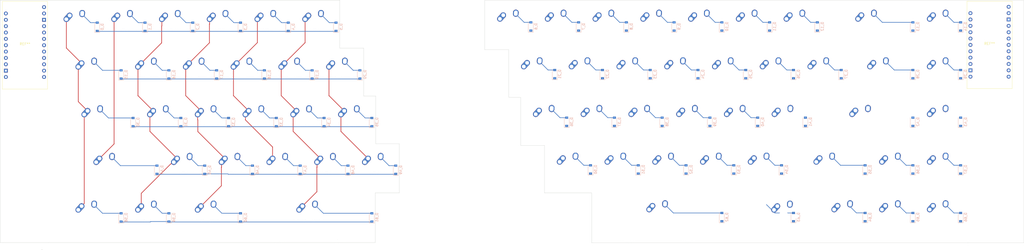
<source format=kicad_pcb>
(kicad_pcb (version 20171130) (host pcbnew "(5.1.10-32-g011b4027db)-1")
  (layers (0 F.Cu signal) (31 B.Cu signal) (34 B.Paste user) (35 F.Paste user) (36 B.SilkS user) (37 F.SilkS user) (38 B.Mask user) (39 F.Mask user) (44 Edge.Cuts user))
  (net 0 "")
  (net 1 col0)
  (net 2 col1)
  (net 3 col2)
  (net 4 col3)
  (net 5 col4)
  (net 6 col5)
  (net 7 col6)
  (net 8 col8)
  (net 9 col9)
  (net 10 col10)
  (net 11 col11)
  (net 12 col12)
  (net 13 col13)
  (net 14 col14)
  (net 15 col15)
  (net 16 col16)
  (net 17 col17)
  (net 18 row0)
  (net 19 row1)
  (net 20 row2)
  (net 21 row3)
  (net 22 row4)
  (net 23 row5)
  (net 24 row6)
  (net 25 row7)
  (net 26 row8)
  (net 27 row9)
  (net 28 "Net-(D_0-Pad2)")
  (net 29 "Net-(D_1-Pad2)")
  (net 30 "Net-(D_2-Pad2)")
  (net 31 "Net-(D_3-Pad2)")
  (net 32 "Net-(D_4-Pad2)")
  (net 33 "Net-(D_5-Pad2)")
  (net 34 "Net-(D_15-Pad2)")
  (net 35 "Net-(D_16-Pad2)")
  (net 36 "Net-(D_17-Pad2)")
  (net 37 "Net-(D_18-Pad2)")
  (net 38 "Net-(D_19-Pad2)")
  (net 39 "Net-(D_20-Pad2)")
  (net 40 "Net-(D_30-Pad2)")
  (net 41 "Net-(D_31-Pad2)")
  (net 42 "Net-(D_32-Pad2)")
  (net 43 "Net-(D_33-Pad2)")
  (net 44 "Net-(D_34-Pad2)")
  (net 45 "Net-(D_35-Pad2)")
  (net 46 "Net-(D_44-Pad2)")
  (net 47 "Net-(D_45-Pad2)")
  (net 48 "Net-(D_46-Pad2)")
  (net 49 "Net-(D_47-Pad2)")
  (net 50 "Net-(D_48-Pad2)")
  (net 51 "Net-(D_49-Pad2)")
  (net 52 "Net-(D_58-Pad2)")
  (net 53 "Net-(D_59-Pad2)")
  (net 54 "Net-(D_60-Pad2)")
  (net 55 "Net-(D_61-Pad2)")
  (net 56 "Net-(D_6-Pad2)")
  (net 57 "Net-(D_7-Pad2)")
  (net 58 "Net-(D_8-Pad2)")
  (net 59 "Net-(D_9-Pad2)")
  (net 60 "Net-(D_10-Pad2)")
  (net 61 "Net-(D_11-Pad2)")
  (net 62 "Net-(D_12-Pad2)")
  (net 63 "Net-(D_13-Pad2)")
  (net 64 "Net-(D_14-Pad2)")
  (net 65 "Net-(D_21-Pad2)")
  (net 66 "Net-(D_22-Pad2)")
  (net 67 "Net-(D_23-Pad2)")
  (net 68 "Net-(D_24-Pad2)")
  (net 69 "Net-(D_25-Pad2)")
  (net 70 "Net-(D_26-Pad2)")
  (net 71 "Net-(D_27-Pad2)")
  (net 72 "Net-(D_28-Pad2)")
  (net 73 "Net-(D_29-Pad2)")
  (net 74 "Net-(D_36-Pad2)")
  (net 75 "Net-(D_37-Pad2)")
  (net 76 "Net-(D_38-Pad2)")
  (net 77 "Net-(D_39-Pad2)")
  (net 78 "Net-(D_40-Pad2)")
  (net 79 "Net-(D_41-Pad2)")
  (net 80 "Net-(D_42-Pad2)")
  (net 81 "Net-(D_43-Pad2)")
  (net 82 "Net-(D_50-Pad2)")
  (net 83 "Net-(D_51-Pad2)")
  (net 84 "Net-(D_52-Pad2)")
  (net 85 "Net-(D_53-Pad2)")
  (net 86 "Net-(D_54-Pad2)")
  (net 87 "Net-(D_55-Pad2)")
  (net 88 "Net-(D_56-Pad2)")
  (net 89 "Net-(D_57-Pad2)")
  (net 90 "Net-(D_62-Pad2)")
  (net 91 "Net-(D_63-Pad2)")
  (net 92 "Net-(D_64-Pad2)")
  (net 93 "Net-(D_65-Pad2)")
  (net 94 "Net-(D_66-Pad2)")
  (module Alps_Only:TinyS2 (layer F.Cu) (at 374.015 17.272 180)
    (fp_text reference REF** (at 0 0.5) (layer F.SilkS))
    (fp_text value TinyS2)
    (pad 19 thru_hole circle (at -7.62 -12.7 180) (size 1.524 1.524) (drill 0.762) (layers *.Cu *.Mask))
    (pad 20 thru_hole circle (at -7.62 -10.16 180) (size 1.524 1.524) (drill 0.762) (layers *.Cu *.Mask))
    (pad 21 thru_hole circle (at -7.62 -7.62 180) (size 1.524 1.524) (drill 0.762) (layers *.Cu *.Mask))
    (pad 22 thru_hole circle (at -7.62 -5.08 180) (size 1.524 1.524) (drill 0.762) (layers *.Cu *.Mask))
    (pad 23 thru_hole circle (at -7.62 -2.54 180) (size 1.524 1.524) (drill 0.762) (layers *.Cu *.Mask))
    (pad 24 thru_hole circle (at -7.62 0 180) (size 1.524 1.524) (drill 0.762) (layers *.Cu *.Mask))
    (pad 25 thru_hole circle (at -7.62 2.54 180) (size 1.524 1.524) (drill 0.762) (layers *.Cu *.Mask))
    (pad 26 thru_hole circle (at -7.62 5.08 180) (size 1.524 1.524) (drill 0.762) (layers *.Cu *.Mask))
    (pad 27 thru_hole circle (at -7.62 7.62 180) (size 1.524 1.524) (drill 0.762) (layers *.Cu *.Mask))
    (pad 28 thru_hole rect (at -7.62 10.16 180) (size 1.524 1.524) (drill 0.762) (layers *.Cu *.Mask))
    (pad 29 thru_hole circle (at -7.62 12.7 180) (size 1.524 1.524) (drill 0.762) (layers *.Cu *.Mask))
    (pad 30 thru_hole circle (at -7.62 15.24 180) (size 1.524 1.524) (drill 0.762) (layers *.Cu *.Mask))
    (pad 31 thru_hole circle (at 7.62 -12.7 180) (size 1.524 1.524) (drill 0.762) (layers *.Cu *.Mask))
    (pad 32 thru_hole rect (at 7.62 -10.16 180) (size 1.524 1.524) (drill 0.762) (layers *.Cu *.Mask))
    (pad 33 thru_hole circle (at 7.62 -7.62 180) (size 1.524 1.524) (drill 0.762) (layers *.Cu *.Mask))
    (pad 34 thru_hole circle (at 7.62 -2.54 180) (size 1.524 1.524) (drill 0.762) (layers *.Cu *.Mask))
    (pad 35 thru_hole circle (at 7.62 -5.08 180) (size 1.524 1.524) (drill 0.762) (layers *.Cu *.Mask))
    (pad 36 thru_hole circle (at 7.62 0 180) (size 1.524 1.524) (drill 0.762) (layers *.Cu *.Mask))
    (pad 37 thru_hole circle (at 7.62 2.54 180) (size 1.524 1.524) (drill 0.762) (layers *.Cu *.Mask))
    (pad 38 thru_hole circle (at 7.62 12.7 180) (size 1.524 1.524) (drill 0.762) (layers *.Cu *.Mask))
    (pad 39 thru_hole circle (at 7.62 10.16 180) (size 1.524 1.524) (drill 0.762) (layers *.Cu *.Mask))
    (pad 40 thru_hole circle (at 7.62 7.62 180) (size 1.524 1.524) (drill 0.762) (layers *.Cu *.Mask))
    (pad 41 thru_hole circle (at 7.62 5.08 180) (size 1.524 1.524) (drill 0.762) (layers *.Cu *.Mask))
  )
  (module Alps_Only:TinyS2 (layer F.Cu) (at -10.795 17.399 180)
    (fp_text reference REF** (at 0 0.5) (layer F.SilkS))
    (fp_text value TinyS2)
    (pad 41 thru_hole circle (at 7.62 5.08 180) (size 1.524 1.524) (drill 0.762) (layers *.Cu *.Mask))
    (pad 40 thru_hole circle (at 7.62 7.62 180) (size 1.524 1.524) (drill 0.762) (layers *.Cu *.Mask))
    (pad 39 thru_hole circle (at 7.62 10.16 180) (size 1.524 1.524) (drill 0.762) (layers *.Cu *.Mask))
    (pad 38 thru_hole circle (at 7.62 12.7 180) (size 1.524 1.524) (drill 0.762) (layers *.Cu *.Mask))
    (pad 37 thru_hole circle (at 7.62 2.54 180) (size 1.524 1.524) (drill 0.762) (layers *.Cu *.Mask))
    (pad 36 thru_hole circle (at 7.62 0 180) (size 1.524 1.524) (drill 0.762) (layers *.Cu *.Mask))
    (pad 35 thru_hole circle (at 7.62 -5.08 180) (size 1.524 1.524) (drill 0.762) (layers *.Cu *.Mask))
    (pad 34 thru_hole circle (at 7.62 -2.54 180) (size 1.524 1.524) (drill 0.762) (layers *.Cu *.Mask))
    (pad 33 thru_hole circle (at 7.62 -7.62 180) (size 1.524 1.524) (drill 0.762) (layers *.Cu *.Mask))
    (pad 32 thru_hole rect (at 7.62 -10.16 180) (size 1.524 1.524) (drill 0.762) (layers *.Cu *.Mask))
    (pad 31 thru_hole circle (at 7.62 -12.7 180) (size 1.524 1.524) (drill 0.762) (layers *.Cu *.Mask))
    (pad 30 thru_hole circle (at -7.62 15.24 180) (size 1.524 1.524) (drill 0.762) (layers *.Cu *.Mask))
    (pad 29 thru_hole circle (at -7.62 12.7 180) (size 1.524 1.524) (drill 0.762) (layers *.Cu *.Mask))
    (pad 28 thru_hole rect (at -7.62 10.16 180) (size 1.524 1.524) (drill 0.762) (layers *.Cu *.Mask))
    (pad 27 thru_hole circle (at -7.62 7.62 180) (size 1.524 1.524) (drill 0.762) (layers *.Cu *.Mask))
    (pad 26 thru_hole circle (at -7.62 5.08 180) (size 1.524 1.524) (drill 0.762) (layers *.Cu *.Mask))
    (pad 25 thru_hole circle (at -7.62 2.54 180) (size 1.524 1.524) (drill 0.762) (layers *.Cu *.Mask))
    (pad 24 thru_hole circle (at -7.62 0 180) (size 1.524 1.524) (drill 0.762) (layers *.Cu *.Mask))
    (pad 23 thru_hole circle (at -7.62 -2.54 180) (size 1.524 1.524) (drill 0.762) (layers *.Cu *.Mask))
    (pad 22 thru_hole circle (at -7.62 -5.08 180) (size 1.524 1.524) (drill 0.762) (layers *.Cu *.Mask))
    (pad 21 thru_hole circle (at -7.62 -7.62 180) (size 1.524 1.524) (drill 0.762) (layers *.Cu *.Mask))
    (pad 20 thru_hole circle (at -7.62 -10.16 180) (size 1.524 1.524) (drill 0.762) (layers *.Cu *.Mask))
    (pad 19 thru_hole circle (at -7.62 -12.7 180) (size 1.524 1.524) (drill 0.762) (layers *.Cu *.Mask))
  )
  (module MX_Alps_Hybrid:MX-1U-NoLED (layer F.Cu) (at 9.525 9.525)
    (fp_text reference K_0)
    (fp_text value KEYSW)
    (pad 1 thru_hole circle (at -2.5 -4) (size 2.25 2.25) (drill 1.47) (layers *.Cu B.Mask) (net 1 col0))
    (pad 1 thru_hole oval (at -3.81 -2.54 48.0996) (size 4.211556 2.25) (drill 1.47 (offset 0.980778 0)) (layers *.Cu B.Mask) (net 1 col0))
    (pad 2 thru_hole oval (at 2.5 -4.5 86.0548) (size 2.831378 2.25) (drill 1.47 (offset 0.290689 0)) (layers *.Cu B.Mask) (net 28 "Net-(D_0-Pad2)"))
    (pad 2 thru_hole circle (at 2.54 -5.08) (size 2.25 2.25) (drill 1.47) (layers *.Cu B.Mask) (net 28 "Net-(D_0-Pad2)"))
    (pad "" np_thru_hole circle (at 0 0) (size 3.9878 3.9878) (drill 3.9878) (layers *.Cu *.Mask))
    (pad "" np_thru_hole circle (at -5.08 0 48.0996) (size 1.75 1.75) (drill 1.75) (layers *.Cu *.Mask))
    (pad "" np_thru_hole circle (at 5.08 0 48.0996) (size 1.75 1.75) (drill 1.75) (layers *.Cu *.Mask))
  )
  (module Diode_SMD:D_SOD-123 (layer B.Cu) (at 18.05 10.025 90)
    (fp_text reference D_0 (at 0 2 90) (layer B.SilkS) (effects (justify mirror)))
    (fp_text value D)
    (pad 2 smd rect (at 1.65 0 90) (size 0.9 1.2) (layers B.Cu B.Paste B.Mask) (net 28 "Net-(D_0-Pad2)"))
    (pad 1 smd rect (at -1.65 0 90) (size 0.9 1.2) (layers B.Cu B.Paste B.Mask) (net 18 row0))
  )
  (module MX_Alps_Hybrid:MX-1U-NoLED (layer F.Cu) (at 28.575 9.525)
    (fp_text reference K_1)
    (fp_text value KEYSW)
    (pad 1 thru_hole circle (at -2.5 -4) (size 2.25 2.25) (drill 1.47) (layers *.Cu B.Mask) (net 2 col1))
    (pad 1 thru_hole oval (at -3.81 -2.54 48.0996) (size 4.211556 2.25) (drill 1.47 (offset 0.980778 0)) (layers *.Cu B.Mask) (net 2 col1))
    (pad 2 thru_hole oval (at 2.5 -4.5 86.0548) (size 2.831378 2.25) (drill 1.47 (offset 0.290689 0)) (layers *.Cu B.Mask) (net 29 "Net-(D_1-Pad2)"))
    (pad 2 thru_hole circle (at 2.54 -5.08) (size 2.25 2.25) (drill 1.47) (layers *.Cu B.Mask) (net 29 "Net-(D_1-Pad2)"))
    (pad "" np_thru_hole circle (at 0 0) (size 3.9878 3.9878) (drill 3.9878) (layers *.Cu *.Mask))
    (pad "" np_thru_hole circle (at -5.08 0 48.0996) (size 1.75 1.75) (drill 1.75) (layers *.Cu *.Mask))
    (pad "" np_thru_hole circle (at 5.08 0 48.0996) (size 1.75 1.75) (drill 1.75) (layers *.Cu *.Mask))
  )
  (module Diode_SMD:D_SOD-123 (layer B.Cu) (at 37.1 10.025 90)
    (fp_text reference D_1 (at 0 2 90) (layer B.SilkS) (effects (justify mirror)))
    (fp_text value D)
    (pad 2 smd rect (at 1.65 0 90) (size 0.9 1.2) (layers B.Cu B.Paste B.Mask) (net 29 "Net-(D_1-Pad2)"))
    (pad 1 smd rect (at -1.65 0 90) (size 0.9 1.2) (layers B.Cu B.Paste B.Mask) (net 18 row0))
  )
  (module MX_Alps_Hybrid:MX-1U-NoLED (layer F.Cu) (at 47.625 9.525)
    (fp_text reference K_2)
    (fp_text value KEYSW)
    (pad 1 thru_hole circle (at -2.5 -4) (size 2.25 2.25) (drill 1.47) (layers *.Cu B.Mask) (net 3 col2))
    (pad 1 thru_hole oval (at -3.81 -2.54 48.0996) (size 4.211556 2.25) (drill 1.47 (offset 0.980778 0)) (layers *.Cu B.Mask) (net 3 col2))
    (pad 2 thru_hole oval (at 2.5 -4.5 86.0548) (size 2.831378 2.25) (drill 1.47 (offset 0.290689 0)) (layers *.Cu B.Mask) (net 30 "Net-(D_2-Pad2)"))
    (pad 2 thru_hole circle (at 2.54 -5.08) (size 2.25 2.25) (drill 1.47) (layers *.Cu B.Mask) (net 30 "Net-(D_2-Pad2)"))
    (pad "" np_thru_hole circle (at 0 0) (size 3.9878 3.9878) (drill 3.9878) (layers *.Cu *.Mask))
    (pad "" np_thru_hole circle (at -5.08 0 48.0996) (size 1.75 1.75) (drill 1.75) (layers *.Cu *.Mask))
    (pad "" np_thru_hole circle (at 5.08 0 48.0996) (size 1.75 1.75) (drill 1.75) (layers *.Cu *.Mask))
  )
  (module Diode_SMD:D_SOD-123 (layer B.Cu) (at 56.15 10.025 90)
    (fp_text reference D_2 (at 0 2 90) (layer B.SilkS) (effects (justify mirror)))
    (fp_text value D)
    (pad 2 smd rect (at 1.65 0 90) (size 0.9 1.2) (layers B.Cu B.Paste B.Mask) (net 30 "Net-(D_2-Pad2)"))
    (pad 1 smd rect (at -1.65 0 90) (size 0.9 1.2) (layers B.Cu B.Paste B.Mask) (net 18 row0))
  )
  (module MX_Alps_Hybrid:MX-1U-NoLED (layer F.Cu) (at 66.675 9.525)
    (fp_text reference K_3)
    (fp_text value KEYSW)
    (pad 1 thru_hole circle (at -2.5 -4) (size 2.25 2.25) (drill 1.47) (layers *.Cu B.Mask) (net 4 col3))
    (pad 1 thru_hole oval (at -3.81 -2.54 48.0996) (size 4.211556 2.25) (drill 1.47 (offset 0.980778 0)) (layers *.Cu B.Mask) (net 4 col3))
    (pad 2 thru_hole oval (at 2.5 -4.5 86.0548) (size 2.831378 2.25) (drill 1.47 (offset 0.290689 0)) (layers *.Cu B.Mask) (net 31 "Net-(D_3-Pad2)"))
    (pad 2 thru_hole circle (at 2.54 -5.08) (size 2.25 2.25) (drill 1.47) (layers *.Cu B.Mask) (net 31 "Net-(D_3-Pad2)"))
    (pad "" np_thru_hole circle (at 0 0) (size 3.9878 3.9878) (drill 3.9878) (layers *.Cu *.Mask))
    (pad "" np_thru_hole circle (at -5.08 0 48.0996) (size 1.75 1.75) (drill 1.75) (layers *.Cu *.Mask))
    (pad "" np_thru_hole circle (at 5.08 0 48.0996) (size 1.75 1.75) (drill 1.75) (layers *.Cu *.Mask))
  )
  (module Diode_SMD:D_SOD-123 (layer B.Cu) (at 75.2 10.025 90)
    (fp_text reference D_3 (at 0 2 90) (layer B.SilkS) (effects (justify mirror)))
    (fp_text value D)
    (pad 2 smd rect (at 1.65 0 90) (size 0.9 1.2) (layers B.Cu B.Paste B.Mask) (net 31 "Net-(D_3-Pad2)"))
    (pad 1 smd rect (at -1.65 0 90) (size 0.9 1.2) (layers B.Cu B.Paste B.Mask) (net 18 row0))
  )
  (module MX_Alps_Hybrid:MX-1U-NoLED (layer F.Cu) (at 85.725 9.525)
    (fp_text reference K_4)
    (fp_text value KEYSW)
    (pad 1 thru_hole circle (at -2.5 -4) (size 2.25 2.25) (drill 1.47) (layers *.Cu B.Mask) (net 5 col4))
    (pad 1 thru_hole oval (at -3.81 -2.54 48.0996) (size 4.211556 2.25) (drill 1.47 (offset 0.980778 0)) (layers *.Cu B.Mask) (net 5 col4))
    (pad 2 thru_hole oval (at 2.5 -4.5 86.0548) (size 2.831378 2.25) (drill 1.47 (offset 0.290689 0)) (layers *.Cu B.Mask) (net 32 "Net-(D_4-Pad2)"))
    (pad 2 thru_hole circle (at 2.54 -5.08) (size 2.25 2.25) (drill 1.47) (layers *.Cu B.Mask) (net 32 "Net-(D_4-Pad2)"))
    (pad "" np_thru_hole circle (at 0 0) (size 3.9878 3.9878) (drill 3.9878) (layers *.Cu *.Mask))
    (pad "" np_thru_hole circle (at -5.08 0 48.0996) (size 1.75 1.75) (drill 1.75) (layers *.Cu *.Mask))
    (pad "" np_thru_hole circle (at 5.08 0 48.0996) (size 1.75 1.75) (drill 1.75) (layers *.Cu *.Mask))
  )
  (module Diode_SMD:D_SOD-123 (layer B.Cu) (at 94.25 10.025 90)
    (fp_text reference D_4 (at 0 2 90) (layer B.SilkS) (effects (justify mirror)))
    (fp_text value D)
    (pad 2 smd rect (at 1.65 0 90) (size 0.9 1.2) (layers B.Cu B.Paste B.Mask) (net 32 "Net-(D_4-Pad2)"))
    (pad 1 smd rect (at -1.65 0 90) (size 0.9 1.2) (layers B.Cu B.Paste B.Mask) (net 18 row0))
  )
  (module MX_Alps_Hybrid:MX-1U-NoLED (layer F.Cu) (at 104.775 9.525)
    (fp_text reference K_5)
    (fp_text value KEYSW)
    (pad 1 thru_hole circle (at -2.5 -4) (size 2.25 2.25) (drill 1.47) (layers *.Cu B.Mask) (net 6 col5))
    (pad 1 thru_hole oval (at -3.81 -2.54 48.0996) (size 4.211556 2.25) (drill 1.47 (offset 0.980778 0)) (layers *.Cu B.Mask) (net 6 col5))
    (pad 2 thru_hole oval (at 2.5 -4.5 86.0548) (size 2.831378 2.25) (drill 1.47 (offset 0.290689 0)) (layers *.Cu B.Mask) (net 33 "Net-(D_5-Pad2)"))
    (pad 2 thru_hole circle (at 2.54 -5.08) (size 2.25 2.25) (drill 1.47) (layers *.Cu B.Mask) (net 33 "Net-(D_5-Pad2)"))
    (pad "" np_thru_hole circle (at 0 0) (size 3.9878 3.9878) (drill 3.9878) (layers *.Cu *.Mask))
    (pad "" np_thru_hole circle (at -5.08 0 48.0996) (size 1.75 1.75) (drill 1.75) (layers *.Cu *.Mask))
    (pad "" np_thru_hole circle (at 5.08 0 48.0996) (size 1.75 1.75) (drill 1.75) (layers *.Cu *.Mask))
  )
  (module Diode_SMD:D_SOD-123 (layer B.Cu) (at 113.3 10.025 90)
    (fp_text reference D_5 (at 0 2 90) (layer B.SilkS) (effects (justify mirror)))
    (fp_text value D)
    (pad 2 smd rect (at 1.65 0 90) (size 0.9 1.2) (layers B.Cu B.Paste B.Mask) (net 33 "Net-(D_5-Pad2)"))
    (pad 1 smd rect (at -1.65 0 90) (size 0.9 1.2) (layers B.Cu B.Paste B.Mask) (net 18 row0))
  )
  (module MX_Alps_Hybrid:MX-1.5U-NoLED (layer F.Cu) (at 14.2875 28.575)
    (fp_text reference K_15)
    (fp_text value KEYSW)
    (pad 1 thru_hole circle (at -2.5 -4) (size 2.25 2.25) (drill 1.47) (layers *.Cu B.Mask) (net 1 col0))
    (pad 1 thru_hole oval (at -3.81 -2.54 48.0996) (size 4.211556 2.25) (drill 1.47 (offset 0.980778 0)) (layers *.Cu B.Mask) (net 1 col0))
    (pad 2 thru_hole oval (at 2.5 -4.5 86.0548) (size 2.831378 2.25) (drill 1.47 (offset 0.290689 0)) (layers *.Cu B.Mask) (net 34 "Net-(D_15-Pad2)"))
    (pad 2 thru_hole circle (at 2.54 -5.08) (size 2.25 2.25) (drill 1.47) (layers *.Cu B.Mask) (net 34 "Net-(D_15-Pad2)"))
    (pad "" np_thru_hole circle (at 0 0) (size 3.9878 3.9878) (drill 3.9878) (layers *.Cu *.Mask))
    (pad "" np_thru_hole circle (at -5.08 0 48.0996) (size 1.75 1.75) (drill 1.75) (layers *.Cu *.Mask))
    (pad "" np_thru_hole circle (at 5.08 0 48.0996) (size 1.75 1.75) (drill 1.75) (layers *.Cu *.Mask))
  )
  (module Diode_SMD:D_SOD-123 (layer B.Cu) (at 27.575 29.075 90)
    (fp_text reference D_15 (at 0 2 90) (layer B.SilkS) (effects (justify mirror)))
    (fp_text value D)
    (pad 2 smd rect (at 1.65 0 90) (size 0.9 1.2) (layers B.Cu B.Paste B.Mask) (net 34 "Net-(D_15-Pad2)"))
    (pad 1 smd rect (at -1.65 0 90) (size 0.9 1.2) (layers B.Cu B.Paste B.Mask) (net 19 row1))
  )
  (module MX_Alps_Hybrid:MX-1U-NoLED (layer F.Cu) (at 38.1 28.575)
    (fp_text reference K_16)
    (fp_text value KEYSW)
    (pad 1 thru_hole circle (at -2.5 -4) (size 2.25 2.25) (drill 1.47) (layers *.Cu B.Mask) (net 3 col2))
    (pad 1 thru_hole oval (at -3.81 -2.54 48.0996) (size 4.211556 2.25) (drill 1.47 (offset 0.980778 0)) (layers *.Cu B.Mask) (net 3 col2))
    (pad 2 thru_hole oval (at 2.5 -4.5 86.0548) (size 2.831378 2.25) (drill 1.47 (offset 0.290689 0)) (layers *.Cu B.Mask) (net 35 "Net-(D_16-Pad2)"))
    (pad 2 thru_hole circle (at 2.54 -5.08) (size 2.25 2.25) (drill 1.47) (layers *.Cu B.Mask) (net 35 "Net-(D_16-Pad2)"))
    (pad "" np_thru_hole circle (at 0 0) (size 3.9878 3.9878) (drill 3.9878) (layers *.Cu *.Mask))
    (pad "" np_thru_hole circle (at -5.08 0 48.0996) (size 1.75 1.75) (drill 1.75) (layers *.Cu *.Mask))
    (pad "" np_thru_hole circle (at 5.08 0 48.0996) (size 1.75 1.75) (drill 1.75) (layers *.Cu *.Mask))
  )
  (module Diode_SMD:D_SOD-123 (layer B.Cu) (at 46.625 29.075 90)
    (fp_text reference D_16 (at 0 2 90) (layer B.SilkS) (effects (justify mirror)))
    (fp_text value D)
    (pad 2 smd rect (at 1.65 0 90) (size 0.9 1.2) (layers B.Cu B.Paste B.Mask) (net 35 "Net-(D_16-Pad2)"))
    (pad 1 smd rect (at -1.65 0 90) (size 0.9 1.2) (layers B.Cu B.Paste B.Mask) (net 19 row1))
  )
  (module MX_Alps_Hybrid:MX-1U-NoLED (layer F.Cu) (at 57.15 28.575)
    (fp_text reference K_17)
    (fp_text value KEYSW)
    (pad 1 thru_hole circle (at -2.5 -4) (size 2.25 2.25) (drill 1.47) (layers *.Cu B.Mask) (net 4 col3))
    (pad 1 thru_hole oval (at -3.81 -2.54 48.0996) (size 4.211556 2.25) (drill 1.47 (offset 0.980778 0)) (layers *.Cu B.Mask) (net 4 col3))
    (pad 2 thru_hole oval (at 2.5 -4.5 86.0548) (size 2.831378 2.25) (drill 1.47 (offset 0.290689 0)) (layers *.Cu B.Mask) (net 36 "Net-(D_17-Pad2)"))
    (pad 2 thru_hole circle (at 2.54 -5.08) (size 2.25 2.25) (drill 1.47) (layers *.Cu B.Mask) (net 36 "Net-(D_17-Pad2)"))
    (pad "" np_thru_hole circle (at 0 0) (size 3.9878 3.9878) (drill 3.9878) (layers *.Cu *.Mask))
    (pad "" np_thru_hole circle (at -5.08 0 48.0996) (size 1.75 1.75) (drill 1.75) (layers *.Cu *.Mask))
    (pad "" np_thru_hole circle (at 5.08 0 48.0996) (size 1.75 1.75) (drill 1.75) (layers *.Cu *.Mask))
  )
  (module Diode_SMD:D_SOD-123 (layer B.Cu) (at 65.675 29.075 90)
    (fp_text reference D_17 (at 0 2 90) (layer B.SilkS) (effects (justify mirror)))
    (fp_text value D)
    (pad 2 smd rect (at 1.65 0 90) (size 0.9 1.2) (layers B.Cu B.Paste B.Mask) (net 36 "Net-(D_17-Pad2)"))
    (pad 1 smd rect (at -1.65 0 90) (size 0.9 1.2) (layers B.Cu B.Paste B.Mask) (net 19 row1))
  )
  (module MX_Alps_Hybrid:MX-1U-NoLED (layer F.Cu) (at 76.2 28.575)
    (fp_text reference K_18)
    (fp_text value KEYSW)
    (pad 1 thru_hole circle (at -2.5 -4) (size 2.25 2.25) (drill 1.47) (layers *.Cu B.Mask) (net 5 col4))
    (pad 1 thru_hole oval (at -3.81 -2.54 48.0996) (size 4.211556 2.25) (drill 1.47 (offset 0.980778 0)) (layers *.Cu B.Mask) (net 5 col4))
    (pad 2 thru_hole oval (at 2.5 -4.5 86.0548) (size 2.831378 2.25) (drill 1.47 (offset 0.290689 0)) (layers *.Cu B.Mask) (net 37 "Net-(D_18-Pad2)"))
    (pad 2 thru_hole circle (at 2.54 -5.08) (size 2.25 2.25) (drill 1.47) (layers *.Cu B.Mask) (net 37 "Net-(D_18-Pad2)"))
    (pad "" np_thru_hole circle (at 0 0) (size 3.9878 3.9878) (drill 3.9878) (layers *.Cu *.Mask))
    (pad "" np_thru_hole circle (at -5.08 0 48.0996) (size 1.75 1.75) (drill 1.75) (layers *.Cu *.Mask))
    (pad "" np_thru_hole circle (at 5.08 0 48.0996) (size 1.75 1.75) (drill 1.75) (layers *.Cu *.Mask))
  )
  (module Diode_SMD:D_SOD-123 (layer B.Cu) (at 84.725 29.075 90)
    (fp_text reference D_18 (at 0 2 90) (layer B.SilkS) (effects (justify mirror)))
    (fp_text value D)
    (pad 2 smd rect (at 1.65 0 90) (size 0.9 1.2) (layers B.Cu B.Paste B.Mask) (net 37 "Net-(D_18-Pad2)"))
    (pad 1 smd rect (at -1.65 0 90) (size 0.9 1.2) (layers B.Cu B.Paste B.Mask) (net 19 row1))
  )
  (module MX_Alps_Hybrid:MX-1U-NoLED (layer F.Cu) (at 95.25 28.575)
    (fp_text reference K_19)
    (fp_text value KEYSW)
    (pad 1 thru_hole circle (at -2.5 -4) (size 2.25 2.25) (drill 1.47) (layers *.Cu B.Mask) (net 6 col5))
    (pad 1 thru_hole oval (at -3.81 -2.54 48.0996) (size 4.211556 2.25) (drill 1.47 (offset 0.980778 0)) (layers *.Cu B.Mask) (net 6 col5))
    (pad 2 thru_hole oval (at 2.5 -4.5 86.0548) (size 2.831378 2.25) (drill 1.47 (offset 0.290689 0)) (layers *.Cu B.Mask) (net 38 "Net-(D_19-Pad2)"))
    (pad 2 thru_hole circle (at 2.54 -5.08) (size 2.25 2.25) (drill 1.47) (layers *.Cu B.Mask) (net 38 "Net-(D_19-Pad2)"))
    (pad "" np_thru_hole circle (at 0 0) (size 3.9878 3.9878) (drill 3.9878) (layers *.Cu *.Mask))
    (pad "" np_thru_hole circle (at -5.08 0 48.0996) (size 1.75 1.75) (drill 1.75) (layers *.Cu *.Mask))
    (pad "" np_thru_hole circle (at 5.08 0 48.0996) (size 1.75 1.75) (drill 1.75) (layers *.Cu *.Mask))
  )
  (module Diode_SMD:D_SOD-123 (layer B.Cu) (at 103.775 29.075 90)
    (fp_text reference D_19 (at 0 2 90) (layer B.SilkS) (effects (justify mirror)))
    (fp_text value D)
    (pad 2 smd rect (at 1.65 0 90) (size 0.9 1.2) (layers B.Cu B.Paste B.Mask) (net 38 "Net-(D_19-Pad2)"))
    (pad 1 smd rect (at -1.65 0 90) (size 0.9 1.2) (layers B.Cu B.Paste B.Mask) (net 19 row1))
  )
  (module MX_Alps_Hybrid:MX-1U-NoLED (layer F.Cu) (at 114.3 28.575)
    (fp_text reference K_20)
    (fp_text value KEYSW)
    (pad 1 thru_hole circle (at -2.5 -4) (size 2.25 2.25) (drill 1.47) (layers *.Cu B.Mask) (net 7 col6))
    (pad 1 thru_hole oval (at -3.81 -2.54 48.0996) (size 4.211556 2.25) (drill 1.47 (offset 0.980778 0)) (layers *.Cu B.Mask) (net 7 col6))
    (pad 2 thru_hole oval (at 2.5 -4.5 86.0548) (size 2.831378 2.25) (drill 1.47 (offset 0.290689 0)) (layers *.Cu B.Mask) (net 39 "Net-(D_20-Pad2)"))
    (pad 2 thru_hole circle (at 2.54 -5.08) (size 2.25 2.25) (drill 1.47) (layers *.Cu B.Mask) (net 39 "Net-(D_20-Pad2)"))
    (pad "" np_thru_hole circle (at 0 0) (size 3.9878 3.9878) (drill 3.9878) (layers *.Cu *.Mask))
    (pad "" np_thru_hole circle (at -5.08 0 48.0996) (size 1.75 1.75) (drill 1.75) (layers *.Cu *.Mask))
    (pad "" np_thru_hole circle (at 5.08 0 48.0996) (size 1.75 1.75) (drill 1.75) (layers *.Cu *.Mask))
  )
  (module Diode_SMD:D_SOD-123 (layer B.Cu) (at 122.825 29.075 90)
    (fp_text reference D_20 (at 0 2 90) (layer B.SilkS) (effects (justify mirror)))
    (fp_text value D)
    (pad 2 smd rect (at 1.65 0 90) (size 0.9 1.2) (layers B.Cu B.Paste B.Mask) (net 39 "Net-(D_20-Pad2)"))
    (pad 1 smd rect (at -1.65 0 90) (size 0.9 1.2) (layers B.Cu B.Paste B.Mask) (net 19 row1))
  )
  (module MX_Alps_Hybrid:MX-1.75U-NoLED (layer F.Cu) (at 16.66875 47.625)
    (fp_text reference K_30)
    (fp_text value KEYSW)
    (pad 1 thru_hole circle (at -2.5 -4) (size 2.25 2.25) (drill 1.47) (layers *.Cu B.Mask) (net 1 col0))
    (pad 1 thru_hole oval (at -3.81 -2.54 48.0996) (size 4.211556 2.25) (drill 1.47 (offset 0.980778 0)) (layers *.Cu B.Mask) (net 1 col0))
    (pad 2 thru_hole oval (at 2.5 -4.5 86.0548) (size 2.831378 2.25) (drill 1.47 (offset 0.290689 0)) (layers *.Cu B.Mask) (net 40 "Net-(D_30-Pad2)"))
    (pad 2 thru_hole circle (at 2.54 -5.08) (size 2.25 2.25) (drill 1.47) (layers *.Cu B.Mask) (net 40 "Net-(D_30-Pad2)"))
    (pad "" np_thru_hole circle (at 0 0) (size 3.9878 3.9878) (drill 3.9878) (layers *.Cu *.Mask))
    (pad "" np_thru_hole circle (at -5.08 0 48.0996) (size 1.75 1.75) (drill 1.75) (layers *.Cu *.Mask))
    (pad "" np_thru_hole circle (at 5.08 0 48.0996) (size 1.75 1.75) (drill 1.75) (layers *.Cu *.Mask))
  )
  (module Diode_SMD:D_SOD-123 (layer B.Cu) (at 32.3375 48.125 90)
    (fp_text reference D_30 (at 0 2 90) (layer B.SilkS) (effects (justify mirror)))
    (fp_text value D)
    (pad 2 smd rect (at 1.65 0 90) (size 0.9 1.2) (layers B.Cu B.Paste B.Mask) (net 40 "Net-(D_30-Pad2)"))
    (pad 1 smd rect (at -1.65 0 90) (size 0.9 1.2) (layers B.Cu B.Paste B.Mask) (net 20 row2))
  )
  (module MX_Alps_Hybrid:MX-1U-NoLED (layer F.Cu) (at 42.8625 47.625)
    (fp_text reference K_31)
    (fp_text value KEYSW)
    (pad 1 thru_hole circle (at -2.5 -4) (size 2.25 2.25) (drill 1.47) (layers *.Cu B.Mask) (net 3 col2))
    (pad 1 thru_hole oval (at -3.81 -2.54 48.0996) (size 4.211556 2.25) (drill 1.47 (offset 0.980778 0)) (layers *.Cu B.Mask) (net 3 col2))
    (pad 2 thru_hole oval (at 2.5 -4.5 86.0548) (size 2.831378 2.25) (drill 1.47 (offset 0.290689 0)) (layers *.Cu B.Mask) (net 41 "Net-(D_31-Pad2)"))
    (pad 2 thru_hole circle (at 2.54 -5.08) (size 2.25 2.25) (drill 1.47) (layers *.Cu B.Mask) (net 41 "Net-(D_31-Pad2)"))
    (pad "" np_thru_hole circle (at 0 0) (size 3.9878 3.9878) (drill 3.9878) (layers *.Cu *.Mask))
    (pad "" np_thru_hole circle (at -5.08 0 48.0996) (size 1.75 1.75) (drill 1.75) (layers *.Cu *.Mask))
    (pad "" np_thru_hole circle (at 5.08 0 48.0996) (size 1.75 1.75) (drill 1.75) (layers *.Cu *.Mask))
  )
  (module Diode_SMD:D_SOD-123 (layer B.Cu) (at 51.3875 48.125 90)
    (fp_text reference D_31 (at 0 2 90) (layer B.SilkS) (effects (justify mirror)))
    (fp_text value D)
    (pad 2 smd rect (at 1.65 0 90) (size 0.9 1.2) (layers B.Cu B.Paste B.Mask) (net 41 "Net-(D_31-Pad2)"))
    (pad 1 smd rect (at -1.65 0 90) (size 0.9 1.2) (layers B.Cu B.Paste B.Mask) (net 20 row2))
  )
  (module MX_Alps_Hybrid:MX-1U-NoLED (layer F.Cu) (at 61.9125 47.625)
    (fp_text reference K_32)
    (fp_text value KEYSW)
    (pad 1 thru_hole circle (at -2.5 -4) (size 2.25 2.25) (drill 1.47) (layers *.Cu B.Mask) (net 4 col3))
    (pad 1 thru_hole oval (at -3.81 -2.54 48.0996) (size 4.211556 2.25) (drill 1.47 (offset 0.980778 0)) (layers *.Cu B.Mask) (net 4 col3))
    (pad 2 thru_hole oval (at 2.5 -4.5 86.0548) (size 2.831378 2.25) (drill 1.47 (offset 0.290689 0)) (layers *.Cu B.Mask) (net 42 "Net-(D_32-Pad2)"))
    (pad 2 thru_hole circle (at 2.54 -5.08) (size 2.25 2.25) (drill 1.47) (layers *.Cu B.Mask) (net 42 "Net-(D_32-Pad2)"))
    (pad "" np_thru_hole circle (at 0 0) (size 3.9878 3.9878) (drill 3.9878) (layers *.Cu *.Mask))
    (pad "" np_thru_hole circle (at -5.08 0 48.0996) (size 1.75 1.75) (drill 1.75) (layers *.Cu *.Mask))
    (pad "" np_thru_hole circle (at 5.08 0 48.0996) (size 1.75 1.75) (drill 1.75) (layers *.Cu *.Mask))
  )
  (module Diode_SMD:D_SOD-123 (layer B.Cu) (at 70.4375 48.125 90)
    (fp_text reference D_32 (at 0 2 90) (layer B.SilkS) (effects (justify mirror)))
    (fp_text value D)
    (pad 2 smd rect (at 1.65 0 90) (size 0.9 1.2) (layers B.Cu B.Paste B.Mask) (net 42 "Net-(D_32-Pad2)"))
    (pad 1 smd rect (at -1.65 0 90) (size 0.9 1.2) (layers B.Cu B.Paste B.Mask) (net 20 row2))
  )
  (module MX_Alps_Hybrid:MX-1U-NoLED (layer F.Cu) (at 80.9625 47.625)
    (fp_text reference K_33)
    (fp_text value KEYSW)
    (pad 1 thru_hole circle (at -2.5 -4) (size 2.25 2.25) (drill 1.47) (layers *.Cu B.Mask) (net 5 col4))
    (pad 1 thru_hole oval (at -3.81 -2.54 48.0996) (size 4.211556 2.25) (drill 1.47 (offset 0.980778 0)) (layers *.Cu B.Mask) (net 5 col4))
    (pad 2 thru_hole oval (at 2.5 -4.5 86.0548) (size 2.831378 2.25) (drill 1.47 (offset 0.290689 0)) (layers *.Cu B.Mask) (net 43 "Net-(D_33-Pad2)"))
    (pad 2 thru_hole circle (at 2.54 -5.08) (size 2.25 2.25) (drill 1.47) (layers *.Cu B.Mask) (net 43 "Net-(D_33-Pad2)"))
    (pad "" np_thru_hole circle (at 0 0) (size 3.9878 3.9878) (drill 3.9878) (layers *.Cu *.Mask))
    (pad "" np_thru_hole circle (at -5.08 0 48.0996) (size 1.75 1.75) (drill 1.75) (layers *.Cu *.Mask))
    (pad "" np_thru_hole circle (at 5.08 0 48.0996) (size 1.75 1.75) (drill 1.75) (layers *.Cu *.Mask))
  )
  (module Diode_SMD:D_SOD-123 (layer B.Cu) (at 89.4875 48.125 90)
    (fp_text reference D_33 (at 0 2 90) (layer B.SilkS) (effects (justify mirror)))
    (fp_text value D)
    (pad 2 smd rect (at 1.65 0 90) (size 0.9 1.2) (layers B.Cu B.Paste B.Mask) (net 43 "Net-(D_33-Pad2)"))
    (pad 1 smd rect (at -1.65 0 90) (size 0.9 1.2) (layers B.Cu B.Paste B.Mask) (net 20 row2))
  )
  (module MX_Alps_Hybrid:MX-1U-NoLED (layer F.Cu) (at 100.0125 47.625)
    (fp_text reference K_34)
    (fp_text value KEYSW)
    (pad 1 thru_hole circle (at -2.5 -4) (size 2.25 2.25) (drill 1.47) (layers *.Cu B.Mask) (net 6 col5))
    (pad 1 thru_hole oval (at -3.81 -2.54 48.0996) (size 4.211556 2.25) (drill 1.47 (offset 0.980778 0)) (layers *.Cu B.Mask) (net 6 col5))
    (pad 2 thru_hole oval (at 2.5 -4.5 86.0548) (size 2.831378 2.25) (drill 1.47 (offset 0.290689 0)) (layers *.Cu B.Mask) (net 44 "Net-(D_34-Pad2)"))
    (pad 2 thru_hole circle (at 2.54 -5.08) (size 2.25 2.25) (drill 1.47) (layers *.Cu B.Mask) (net 44 "Net-(D_34-Pad2)"))
    (pad "" np_thru_hole circle (at 0 0) (size 3.9878 3.9878) (drill 3.9878) (layers *.Cu *.Mask))
    (pad "" np_thru_hole circle (at -5.08 0 48.0996) (size 1.75 1.75) (drill 1.75) (layers *.Cu *.Mask))
    (pad "" np_thru_hole circle (at 5.08 0 48.0996) (size 1.75 1.75) (drill 1.75) (layers *.Cu *.Mask))
  )
  (module Diode_SMD:D_SOD-123 (layer B.Cu) (at 108.5375 48.125 90)
    (fp_text reference D_34 (at 0 2 90) (layer B.SilkS) (effects (justify mirror)))
    (fp_text value D)
    (pad 2 smd rect (at 1.65 0 90) (size 0.9 1.2) (layers B.Cu B.Paste B.Mask) (net 44 "Net-(D_34-Pad2)"))
    (pad 1 smd rect (at -1.65 0 90) (size 0.9 1.2) (layers B.Cu B.Paste B.Mask) (net 20 row2))
  )
  (module MX_Alps_Hybrid:MX-1U-NoLED (layer F.Cu) (at 119.0625 47.625)
    (fp_text reference K_35)
    (fp_text value KEYSW)
    (pad 1 thru_hole circle (at -2.5 -4) (size 2.25 2.25) (drill 1.47) (layers *.Cu B.Mask) (net 7 col6))
    (pad 1 thru_hole oval (at -3.81 -2.54 48.0996) (size 4.211556 2.25) (drill 1.47 (offset 0.980778 0)) (layers *.Cu B.Mask) (net 7 col6))
    (pad 2 thru_hole oval (at 2.5 -4.5 86.0548) (size 2.831378 2.25) (drill 1.47 (offset 0.290689 0)) (layers *.Cu B.Mask) (net 45 "Net-(D_35-Pad2)"))
    (pad 2 thru_hole circle (at 2.54 -5.08) (size 2.25 2.25) (drill 1.47) (layers *.Cu B.Mask) (net 45 "Net-(D_35-Pad2)"))
    (pad "" np_thru_hole circle (at 0 0) (size 3.9878 3.9878) (drill 3.9878) (layers *.Cu *.Mask))
    (pad "" np_thru_hole circle (at -5.08 0 48.0996) (size 1.75 1.75) (drill 1.75) (layers *.Cu *.Mask))
    (pad "" np_thru_hole circle (at 5.08 0 48.0996) (size 1.75 1.75) (drill 1.75) (layers *.Cu *.Mask))
  )
  (module Diode_SMD:D_SOD-123 (layer B.Cu) (at 127.5875 48.125 90)
    (fp_text reference D_35 (at 0 2 90) (layer B.SilkS) (effects (justify mirror)))
    (fp_text value D)
    (pad 2 smd rect (at 1.65 0 90) (size 0.9 1.2) (layers B.Cu B.Paste B.Mask) (net 45 "Net-(D_35-Pad2)"))
    (pad 1 smd rect (at -1.65 0 90) (size 0.9 1.2) (layers B.Cu B.Paste B.Mask) (net 20 row2))
  )
  (module MX_Alps_Hybrid:MX-2.25U-NoLED (layer F.Cu) (at 21.43125 66.675)
    (fp_text reference K_44)
    (fp_text value KEYSW)
    (pad 1 thru_hole circle (at -2.5 -4) (size 2.25 2.25) (drill 1.47) (layers *.Cu B.Mask) (net 2 col1))
    (pad 1 thru_hole oval (at -3.81 -2.54 48.0996) (size 4.211556 2.25) (drill 1.47 (offset 0.980778 0)) (layers *.Cu B.Mask) (net 2 col1))
    (pad 2 thru_hole oval (at 2.5 -4.5 86.0548) (size 2.831378 2.25) (drill 1.47 (offset 0.290689 0)) (layers *.Cu B.Mask) (net 46 "Net-(D_44-Pad2)"))
    (pad 2 thru_hole circle (at 2.54 -5.08) (size 2.25 2.25) (drill 1.47) (layers *.Cu B.Mask) (net 46 "Net-(D_44-Pad2)"))
    (pad "" np_thru_hole circle (at 0 0) (size 3.9878 3.9878) (drill 3.9878) (layers *.Cu *.Mask))
    (pad "" np_thru_hole circle (at -5.08 0 48.0996) (size 1.75 1.75) (drill 1.75) (layers *.Cu *.Mask))
    (pad "" np_thru_hole circle (at 5.08 0 48.0996) (size 1.75 1.75) (drill 1.75) (layers *.Cu *.Mask))
    (pad "" np_thru_hole circle (at -11.938 -6.985) (size 3.048 3.048) (drill 3.048) (layers *.Cu *.Mask))
    (pad "" np_thru_hole circle (at 11.938 -6.985) (size 3.048 3.048) (drill 3.048) (layers *.Cu *.Mask))
    (pad "" np_thru_hole circle (at -11.938 8.255) (size 3.9878 3.9878) (drill 3.9878) (layers *.Cu *.Mask))
    (pad "" np_thru_hole circle (at 11.938 8.255) (size 3.9878 3.9878) (drill 3.9878) (layers *.Cu *.Mask))
  )
  (module Diode_SMD:D_SOD-123 (layer B.Cu) (at 41.8625 67.175 90)
    (fp_text reference D_44 (at 0 2 90) (layer B.SilkS) (effects (justify mirror)))
    (fp_text value D)
    (pad 2 smd rect (at 1.65 0 90) (size 0.9 1.2) (layers B.Cu B.Paste B.Mask) (net 46 "Net-(D_44-Pad2)"))
    (pad 1 smd rect (at -1.65 0 90) (size 0.9 1.2) (layers B.Cu B.Paste B.Mask) (net 21 row3))
  )
  (module MX_Alps_Hybrid:MX-1U-NoLED (layer F.Cu) (at 52.3875 66.675)
    (fp_text reference K_45)
    (fp_text value KEYSW)
    (pad 1 thru_hole circle (at -2.5 -4) (size 2.25 2.25) (drill 1.47) (layers *.Cu B.Mask) (net 3 col2))
    (pad 1 thru_hole oval (at -3.81 -2.54 48.0996) (size 4.211556 2.25) (drill 1.47 (offset 0.980778 0)) (layers *.Cu B.Mask) (net 3 col2))
    (pad 2 thru_hole oval (at 2.5 -4.5 86.0548) (size 2.831378 2.25) (drill 1.47 (offset 0.290689 0)) (layers *.Cu B.Mask) (net 47 "Net-(D_45-Pad2)"))
    (pad 2 thru_hole circle (at 2.54 -5.08) (size 2.25 2.25) (drill 1.47) (layers *.Cu B.Mask) (net 47 "Net-(D_45-Pad2)"))
    (pad "" np_thru_hole circle (at 0 0) (size 3.9878 3.9878) (drill 3.9878) (layers *.Cu *.Mask))
    (pad "" np_thru_hole circle (at -5.08 0 48.0996) (size 1.75 1.75) (drill 1.75) (layers *.Cu *.Mask))
    (pad "" np_thru_hole circle (at 5.08 0 48.0996) (size 1.75 1.75) (drill 1.75) (layers *.Cu *.Mask))
  )
  (module Diode_SMD:D_SOD-123 (layer B.Cu) (at 60.9125 67.175 90)
    (fp_text reference D_45 (at 0 2 90) (layer B.SilkS) (effects (justify mirror)))
    (fp_text value D)
    (pad 2 smd rect (at 1.65 0 90) (size 0.9 1.2) (layers B.Cu B.Paste B.Mask) (net 47 "Net-(D_45-Pad2)"))
    (pad 1 smd rect (at -1.65 0 90) (size 0.9 1.2) (layers B.Cu B.Paste B.Mask) (net 21 row3))
  )
  (module MX_Alps_Hybrid:MX-1U-NoLED (layer F.Cu) (at 71.4375 66.675)
    (fp_text reference K_46)
    (fp_text value KEYSW)
    (pad 1 thru_hole circle (at -2.5 -4) (size 2.25 2.25) (drill 1.47) (layers *.Cu B.Mask) (net 4 col3))
    (pad 1 thru_hole oval (at -3.81 -2.54 48.0996) (size 4.211556 2.25) (drill 1.47 (offset 0.980778 0)) (layers *.Cu B.Mask) (net 4 col3))
    (pad 2 thru_hole oval (at 2.5 -4.5 86.0548) (size 2.831378 2.25) (drill 1.47 (offset 0.290689 0)) (layers *.Cu B.Mask) (net 48 "Net-(D_46-Pad2)"))
    (pad 2 thru_hole circle (at 2.54 -5.08) (size 2.25 2.25) (drill 1.47) (layers *.Cu B.Mask) (net 48 "Net-(D_46-Pad2)"))
    (pad "" np_thru_hole circle (at 0 0) (size 3.9878 3.9878) (drill 3.9878) (layers *.Cu *.Mask))
    (pad "" np_thru_hole circle (at -5.08 0 48.0996) (size 1.75 1.75) (drill 1.75) (layers *.Cu *.Mask))
    (pad "" np_thru_hole circle (at 5.08 0 48.0996) (size 1.75 1.75) (drill 1.75) (layers *.Cu *.Mask))
  )
  (module Diode_SMD:D_SOD-123 (layer B.Cu) (at 79.9625 67.175 90)
    (fp_text reference D_46 (at 0 2 90) (layer B.SilkS) (effects (justify mirror)))
    (fp_text value D)
    (pad 2 smd rect (at 1.65 0 90) (size 0.9 1.2) (layers B.Cu B.Paste B.Mask) (net 48 "Net-(D_46-Pad2)"))
    (pad 1 smd rect (at -1.65 0 90) (size 0.9 1.2) (layers B.Cu B.Paste B.Mask) (net 21 row3))
  )
  (module MX_Alps_Hybrid:MX-1U-NoLED (layer F.Cu) (at 90.4875 66.675)
    (fp_text reference K_47)
    (fp_text value KEYSW)
    (pad 1 thru_hole circle (at -2.5 -4) (size 2.25 2.25) (drill 1.47) (layers *.Cu B.Mask) (net 5 col4))
    (pad 1 thru_hole oval (at -3.81 -2.54 48.0996) (size 4.211556 2.25) (drill 1.47 (offset 0.980778 0)) (layers *.Cu B.Mask) (net 5 col4))
    (pad 2 thru_hole oval (at 2.5 -4.5 86.0548) (size 2.831378 2.25) (drill 1.47 (offset 0.290689 0)) (layers *.Cu B.Mask) (net 49 "Net-(D_47-Pad2)"))
    (pad 2 thru_hole circle (at 2.54 -5.08) (size 2.25 2.25) (drill 1.47) (layers *.Cu B.Mask) (net 49 "Net-(D_47-Pad2)"))
    (pad "" np_thru_hole circle (at 0 0) (size 3.9878 3.9878) (drill 3.9878) (layers *.Cu *.Mask))
    (pad "" np_thru_hole circle (at -5.08 0 48.0996) (size 1.75 1.75) (drill 1.75) (layers *.Cu *.Mask))
    (pad "" np_thru_hole circle (at 5.08 0 48.0996) (size 1.75 1.75) (drill 1.75) (layers *.Cu *.Mask))
  )
  (module Diode_SMD:D_SOD-123 (layer B.Cu) (at 99.0125 67.175 90)
    (fp_text reference D_47 (at 0 2 90) (layer B.SilkS) (effects (justify mirror)))
    (fp_text value D)
    (pad 2 smd rect (at 1.65 0 90) (size 0.9 1.2) (layers B.Cu B.Paste B.Mask) (net 49 "Net-(D_47-Pad2)"))
    (pad 1 smd rect (at -1.65 0 90) (size 0.9 1.2) (layers B.Cu B.Paste B.Mask) (net 21 row3))
  )
  (module MX_Alps_Hybrid:MX-1U-NoLED (layer F.Cu) (at 109.5375 66.675)
    (fp_text reference K_48)
    (fp_text value KEYSW)
    (pad 1 thru_hole circle (at -2.5 -4) (size 2.25 2.25) (drill 1.47) (layers *.Cu B.Mask) (net 6 col5))
    (pad 1 thru_hole oval (at -3.81 -2.54 48.0996) (size 4.211556 2.25) (drill 1.47 (offset 0.980778 0)) (layers *.Cu B.Mask) (net 6 col5))
    (pad 2 thru_hole oval (at 2.5 -4.5 86.0548) (size 2.831378 2.25) (drill 1.47 (offset 0.290689 0)) (layers *.Cu B.Mask) (net 50 "Net-(D_48-Pad2)"))
    (pad 2 thru_hole circle (at 2.54 -5.08) (size 2.25 2.25) (drill 1.47) (layers *.Cu B.Mask) (net 50 "Net-(D_48-Pad2)"))
    (pad "" np_thru_hole circle (at 0 0) (size 3.9878 3.9878) (drill 3.9878) (layers *.Cu *.Mask))
    (pad "" np_thru_hole circle (at -5.08 0 48.0996) (size 1.75 1.75) (drill 1.75) (layers *.Cu *.Mask))
    (pad "" np_thru_hole circle (at 5.08 0 48.0996) (size 1.75 1.75) (drill 1.75) (layers *.Cu *.Mask))
  )
  (module Diode_SMD:D_SOD-123 (layer B.Cu) (at 118.0625 67.175 90)
    (fp_text reference D_48 (at 0 2 90) (layer B.SilkS) (effects (justify mirror)))
    (fp_text value D)
    (pad 2 smd rect (at 1.65 0 90) (size 0.9 1.2) (layers B.Cu B.Paste B.Mask) (net 50 "Net-(D_48-Pad2)"))
    (pad 1 smd rect (at -1.65 0 90) (size 0.9 1.2) (layers B.Cu B.Paste B.Mask) (net 21 row3))
  )
  (module MX_Alps_Hybrid:MX-1U-NoLED (layer F.Cu) (at 128.5875 66.675)
    (fp_text reference K_49)
    (fp_text value KEYSW)
    (pad 1 thru_hole circle (at -2.5 -4) (size 2.25 2.25) (drill 1.47) (layers *.Cu B.Mask) (net 7 col6))
    (pad 1 thru_hole oval (at -3.81 -2.54 48.0996) (size 4.211556 2.25) (drill 1.47 (offset 0.980778 0)) (layers *.Cu B.Mask) (net 7 col6))
    (pad 2 thru_hole oval (at 2.5 -4.5 86.0548) (size 2.831378 2.25) (drill 1.47 (offset 0.290689 0)) (layers *.Cu B.Mask) (net 51 "Net-(D_49-Pad2)"))
    (pad 2 thru_hole circle (at 2.54 -5.08) (size 2.25 2.25) (drill 1.47) (layers *.Cu B.Mask) (net 51 "Net-(D_49-Pad2)"))
    (pad "" np_thru_hole circle (at 0 0) (size 3.9878 3.9878) (drill 3.9878) (layers *.Cu *.Mask))
    (pad "" np_thru_hole circle (at -5.08 0 48.0996) (size 1.75 1.75) (drill 1.75) (layers *.Cu *.Mask))
    (pad "" np_thru_hole circle (at 5.08 0 48.0996) (size 1.75 1.75) (drill 1.75) (layers *.Cu *.Mask))
  )
  (module Diode_SMD:D_SOD-123 (layer B.Cu) (at 137.1125 67.175 90)
    (fp_text reference D_49 (at 0 2 90) (layer B.SilkS) (effects (justify mirror)))
    (fp_text value D)
    (pad 2 smd rect (at 1.65 0 90) (size 0.9 1.2) (layers B.Cu B.Paste B.Mask) (net 51 "Net-(D_49-Pad2)"))
    (pad 1 smd rect (at -1.65 0 90) (size 0.9 1.2) (layers B.Cu B.Paste B.Mask) (net 21 row3))
  )
  (module MX_Alps_Hybrid:MX-1.5U-NoLED (layer F.Cu) (at 14.2875 85.725)
    (fp_text reference K_58)
    (fp_text value KEYSW)
    (pad 1 thru_hole circle (at -2.5 -4) (size 2.25 2.25) (drill 1.47) (layers *.Cu B.Mask) (net 1 col0))
    (pad 1 thru_hole oval (at -3.81 -2.54 48.0996) (size 4.211556 2.25) (drill 1.47 (offset 0.980778 0)) (layers *.Cu B.Mask) (net 1 col0))
    (pad 2 thru_hole oval (at 2.5 -4.5 86.0548) (size 2.831378 2.25) (drill 1.47 (offset 0.290689 0)) (layers *.Cu B.Mask) (net 52 "Net-(D_58-Pad2)"))
    (pad 2 thru_hole circle (at 2.54 -5.08) (size 2.25 2.25) (drill 1.47) (layers *.Cu B.Mask) (net 52 "Net-(D_58-Pad2)"))
    (pad "" np_thru_hole circle (at 0 0) (size 3.9878 3.9878) (drill 3.9878) (layers *.Cu *.Mask))
    (pad "" np_thru_hole circle (at -5.08 0 48.0996) (size 1.75 1.75) (drill 1.75) (layers *.Cu *.Mask))
    (pad "" np_thru_hole circle (at 5.08 0 48.0996) (size 1.75 1.75) (drill 1.75) (layers *.Cu *.Mask))
  )
  (module Diode_SMD:D_SOD-123 (layer B.Cu) (at 27.575 86.225 90)
    (fp_text reference D_58 (at 0 2 90) (layer B.SilkS) (effects (justify mirror)))
    (fp_text value D)
    (pad 2 smd rect (at 1.65 0 90) (size 0.9 1.2) (layers B.Cu B.Paste B.Mask) (net 52 "Net-(D_58-Pad2)"))
    (pad 1 smd rect (at -1.65 0 90) (size 0.9 1.2) (layers B.Cu B.Paste B.Mask) (net 22 row4))
  )
  (module MX_Alps_Hybrid:MX-1U-NoLED (layer F.Cu) (at 38.1 85.725)
    (fp_text reference K_59)
    (fp_text value KEYSW)
    (pad 1 thru_hole circle (at -2.5 -4) (size 2.25 2.25) (drill 1.47) (layers *.Cu B.Mask) (net 3 col2))
    (pad 1 thru_hole oval (at -3.81 -2.54 48.0996) (size 4.211556 2.25) (drill 1.47 (offset 0.980778 0)) (layers *.Cu B.Mask) (net 3 col2))
    (pad 2 thru_hole oval (at 2.5 -4.5 86.0548) (size 2.831378 2.25) (drill 1.47 (offset 0.290689 0)) (layers *.Cu B.Mask) (net 53 "Net-(D_59-Pad2)"))
    (pad 2 thru_hole circle (at 2.54 -5.08) (size 2.25 2.25) (drill 1.47) (layers *.Cu B.Mask) (net 53 "Net-(D_59-Pad2)"))
    (pad "" np_thru_hole circle (at 0 0) (size 3.9878 3.9878) (drill 3.9878) (layers *.Cu *.Mask))
    (pad "" np_thru_hole circle (at -5.08 0 48.0996) (size 1.75 1.75) (drill 1.75) (layers *.Cu *.Mask))
    (pad "" np_thru_hole circle (at 5.08 0 48.0996) (size 1.75 1.75) (drill 1.75) (layers *.Cu *.Mask))
  )
  (module Diode_SMD:D_SOD-123 (layer B.Cu) (at 46.625 86.225 90)
    (fp_text reference D_59 (at 0 2 90) (layer B.SilkS) (effects (justify mirror)))
    (fp_text value D)
    (pad 2 smd rect (at 1.65 0 90) (size 0.9 1.2) (layers B.Cu B.Paste B.Mask) (net 53 "Net-(D_59-Pad2)"))
    (pad 1 smd rect (at -1.65 0 90) (size 0.9 1.2) (layers B.Cu B.Paste B.Mask) (net 22 row4))
  )
  (module MX_Alps_Hybrid:MX-1.5U-NoLED (layer F.Cu) (at 61.9125 85.725)
    (fp_text reference K_60)
    (fp_text value KEYSW)
    (pad 1 thru_hole circle (at -2.5 -4) (size 2.25 2.25) (drill 1.47) (layers *.Cu B.Mask) (net 4 col3))
    (pad 1 thru_hole oval (at -3.81 -2.54 48.0996) (size 4.211556 2.25) (drill 1.47 (offset 0.980778 0)) (layers *.Cu B.Mask) (net 4 col3))
    (pad 2 thru_hole oval (at 2.5 -4.5 86.0548) (size 2.831378 2.25) (drill 1.47 (offset 0.290689 0)) (layers *.Cu B.Mask) (net 54 "Net-(D_60-Pad2)"))
    (pad 2 thru_hole circle (at 2.54 -5.08) (size 2.25 2.25) (drill 1.47) (layers *.Cu B.Mask) (net 54 "Net-(D_60-Pad2)"))
    (pad "" np_thru_hole circle (at 0 0) (size 3.9878 3.9878) (drill 3.9878) (layers *.Cu *.Mask))
    (pad "" np_thru_hole circle (at -5.08 0 48.0996) (size 1.75 1.75) (drill 1.75) (layers *.Cu *.Mask))
    (pad "" np_thru_hole circle (at 5.08 0 48.0996) (size 1.75 1.75) (drill 1.75) (layers *.Cu *.Mask))
  )
  (module Diode_SMD:D_SOD-123 (layer B.Cu) (at 75.2 86.225 90)
    (fp_text reference D_60 (at 0 2 90) (layer B.SilkS) (effects (justify mirror)))
    (fp_text value D)
    (pad 2 smd rect (at 1.65 0 90) (size 0.9 1.2) (layers B.Cu B.Paste B.Mask) (net 54 "Net-(D_60-Pad2)"))
    (pad 1 smd rect (at -1.65 0 90) (size 0.9 1.2) (layers B.Cu B.Paste B.Mask) (net 22 row4))
  )
  (module MX_Alps_Hybrid:MX-2.75U-NoLED (layer F.Cu) (at 102.39375 85.725)
    (fp_text reference K_61)
    (fp_text value KEYSW)
    (pad 1 thru_hole circle (at -2.5 -4) (size 2.25 2.25) (drill 1.47) (layers *.Cu B.Mask) (net 6 col5))
    (pad 1 thru_hole oval (at -3.81 -2.54 48.0996) (size 4.211556 2.25) (drill 1.47 (offset 0.980778 0)) (layers *.Cu B.Mask) (net 6 col5))
    (pad 2 thru_hole oval (at 2.5 -4.5 86.0548) (size 2.831378 2.25) (drill 1.47 (offset 0.290689 0)) (layers *.Cu B.Mask) (net 55 "Net-(D_61-Pad2)"))
    (pad 2 thru_hole circle (at 2.54 -5.08) (size 2.25 2.25) (drill 1.47) (layers *.Cu B.Mask) (net 55 "Net-(D_61-Pad2)"))
    (pad "" np_thru_hole circle (at 0 0) (size 3.9878 3.9878) (drill 3.9878) (layers *.Cu *.Mask))
    (pad "" np_thru_hole circle (at -5.08 0 48.0996) (size 1.75 1.75) (drill 1.75) (layers *.Cu *.Mask))
    (pad "" np_thru_hole circle (at 5.08 0 48.0996) (size 1.75 1.75) (drill 1.75) (layers *.Cu *.Mask))
    (pad "" np_thru_hole circle (at -11.938 -6.985) (size 3.048 3.048) (drill 3.048) (layers *.Cu *.Mask))
    (pad "" np_thru_hole circle (at 11.938 -6.985) (size 3.048 3.048) (drill 3.048) (layers *.Cu *.Mask))
    (pad "" np_thru_hole circle (at -11.938 8.255) (size 3.9878 3.9878) (drill 3.9878) (layers *.Cu *.Mask))
    (pad "" np_thru_hole circle (at 11.938 8.255) (size 3.9878 3.9878) (drill 3.9878) (layers *.Cu *.Mask))
  )
  (module Diode_SMD:D_SOD-123 (layer B.Cu) (at 127.5875 86.225 90)
    (fp_text reference D_61 (at 0 2 90) (layer B.SilkS) (effects (justify mirror)))
    (fp_text value D)
    (pad 2 smd rect (at 1.65 0 90) (size 0.9 1.2) (layers B.Cu B.Paste B.Mask) (net 55 "Net-(D_61-Pad2)"))
    (pad 1 smd rect (at -1.65 0 90) (size 0.9 1.2) (layers B.Cu B.Paste B.Mask) (net 22 row4))
  )
  (module MX_Alps_Hybrid:MX-1U-NoLED (layer F.Cu) (at 182.499 9.398)
    (fp_text reference K_6)
    (fp_text value KEYSW)
    (pad 1 thru_hole circle (at -2.5 -4) (size 2.25 2.25) (drill 1.47) (layers *.Cu B.Mask) (net 8 col8))
    (pad 1 thru_hole oval (at -3.81 -2.54 48.0996) (size 4.211556 2.25) (drill 1.47 (offset 0.980778 0)) (layers *.Cu B.Mask) (net 8 col8))
    (pad 2 thru_hole oval (at 2.5 -4.5 86.0548) (size 2.831378 2.25) (drill 1.47 (offset 0.290689 0)) (layers *.Cu B.Mask) (net 56 "Net-(D_6-Pad2)"))
    (pad 2 thru_hole circle (at 2.54 -5.08) (size 2.25 2.25) (drill 1.47) (layers *.Cu B.Mask) (net 56 "Net-(D_6-Pad2)"))
    (pad "" np_thru_hole circle (at 0 0) (size 3.9878 3.9878) (drill 3.9878) (layers *.Cu *.Mask))
    (pad "" np_thru_hole circle (at -5.08 0 48.0996) (size 1.75 1.75) (drill 1.75) (layers *.Cu *.Mask))
    (pad "" np_thru_hole circle (at 5.08 0 48.0996) (size 1.75 1.75) (drill 1.75) (layers *.Cu *.Mask))
  )
  (module Diode_SMD:D_SOD-123 (layer B.Cu) (at 191.024 9.898 90)
    (fp_text reference D_6 (at 0 2 90) (layer B.SilkS) (effects (justify mirror)))
    (fp_text value D)
    (pad 2 smd rect (at 1.65 0 90) (size 0.9 1.2) (layers B.Cu B.Paste B.Mask) (net 56 "Net-(D_6-Pad2)"))
    (pad 1 smd rect (at -1.65 0 90) (size 0.9 1.2) (layers B.Cu B.Paste B.Mask) (net 23 row5))
  )
  (module MX_Alps_Hybrid:MX-1U-NoLED (layer F.Cu) (at 201.549 9.398)
    (fp_text reference K_7)
    (fp_text value KEYSW)
    (pad 1 thru_hole circle (at -2.5 -4) (size 2.25 2.25) (drill 1.47) (layers *.Cu B.Mask) (net 9 col9))
    (pad 1 thru_hole oval (at -3.81 -2.54 48.0996) (size 4.211556 2.25) (drill 1.47 (offset 0.980778 0)) (layers *.Cu B.Mask) (net 9 col9))
    (pad 2 thru_hole oval (at 2.5 -4.5 86.0548) (size 2.831378 2.25) (drill 1.47 (offset 0.290689 0)) (layers *.Cu B.Mask) (net 57 "Net-(D_7-Pad2)"))
    (pad 2 thru_hole circle (at 2.54 -5.08) (size 2.25 2.25) (drill 1.47) (layers *.Cu B.Mask) (net 57 "Net-(D_7-Pad2)"))
    (pad "" np_thru_hole circle (at 0 0) (size 3.9878 3.9878) (drill 3.9878) (layers *.Cu *.Mask))
    (pad "" np_thru_hole circle (at -5.08 0 48.0996) (size 1.75 1.75) (drill 1.75) (layers *.Cu *.Mask))
    (pad "" np_thru_hole circle (at 5.08 0 48.0996) (size 1.75 1.75) (drill 1.75) (layers *.Cu *.Mask))
  )
  (module Diode_SMD:D_SOD-123 (layer B.Cu) (at 210.074 9.898 90)
    (fp_text reference D_7 (at 0 2 90) (layer B.SilkS) (effects (justify mirror)))
    (fp_text value D)
    (pad 2 smd rect (at 1.65 0 90) (size 0.9 1.2) (layers B.Cu B.Paste B.Mask) (net 57 "Net-(D_7-Pad2)"))
    (pad 1 smd rect (at -1.65 0 90) (size 0.9 1.2) (layers B.Cu B.Paste B.Mask) (net 23 row5))
  )
  (module MX_Alps_Hybrid:MX-1U-NoLED (layer F.Cu) (at 220.599 9.398)
    (fp_text reference K_8)
    (fp_text value KEYSW)
    (pad 1 thru_hole circle (at -2.5 -4) (size 2.25 2.25) (drill 1.47) (layers *.Cu B.Mask) (net 10 col10))
    (pad 1 thru_hole oval (at -3.81 -2.54 48.0996) (size 4.211556 2.25) (drill 1.47 (offset 0.980778 0)) (layers *.Cu B.Mask) (net 10 col10))
    (pad 2 thru_hole oval (at 2.5 -4.5 86.0548) (size 2.831378 2.25) (drill 1.47 (offset 0.290689 0)) (layers *.Cu B.Mask) (net 58 "Net-(D_8-Pad2)"))
    (pad 2 thru_hole circle (at 2.54 -5.08) (size 2.25 2.25) (drill 1.47) (layers *.Cu B.Mask) (net 58 "Net-(D_8-Pad2)"))
    (pad "" np_thru_hole circle (at 0 0) (size 3.9878 3.9878) (drill 3.9878) (layers *.Cu *.Mask))
    (pad "" np_thru_hole circle (at -5.08 0 48.0996) (size 1.75 1.75) (drill 1.75) (layers *.Cu *.Mask))
    (pad "" np_thru_hole circle (at 5.08 0 48.0996) (size 1.75 1.75) (drill 1.75) (layers *.Cu *.Mask))
  )
  (module Diode_SMD:D_SOD-123 (layer B.Cu) (at 229.124 9.898 90)
    (fp_text reference D_8 (at 0 2 90) (layer B.SilkS) (effects (justify mirror)))
    (fp_text value D)
    (pad 2 smd rect (at 1.65 0 90) (size 0.9 1.2) (layers B.Cu B.Paste B.Mask) (net 58 "Net-(D_8-Pad2)"))
    (pad 1 smd rect (at -1.65 0 90) (size 0.9 1.2) (layers B.Cu B.Paste B.Mask) (net 23 row5))
  )
  (module MX_Alps_Hybrid:MX-1U-NoLED (layer F.Cu) (at 239.649 9.398)
    (fp_text reference K_9)
    (fp_text value KEYSW)
    (pad 1 thru_hole circle (at -2.5 -4) (size 2.25 2.25) (drill 1.47) (layers *.Cu B.Mask) (net 11 col11))
    (pad 1 thru_hole oval (at -3.81 -2.54 48.0996) (size 4.211556 2.25) (drill 1.47 (offset 0.980778 0)) (layers *.Cu B.Mask) (net 11 col11))
    (pad 2 thru_hole oval (at 2.5 -4.5 86.0548) (size 2.831378 2.25) (drill 1.47 (offset 0.290689 0)) (layers *.Cu B.Mask) (net 59 "Net-(D_9-Pad2)"))
    (pad 2 thru_hole circle (at 2.54 -5.08) (size 2.25 2.25) (drill 1.47) (layers *.Cu B.Mask) (net 59 "Net-(D_9-Pad2)"))
    (pad "" np_thru_hole circle (at 0 0) (size 3.9878 3.9878) (drill 3.9878) (layers *.Cu *.Mask))
    (pad "" np_thru_hole circle (at -5.08 0 48.0996) (size 1.75 1.75) (drill 1.75) (layers *.Cu *.Mask))
    (pad "" np_thru_hole circle (at 5.08 0 48.0996) (size 1.75 1.75) (drill 1.75) (layers *.Cu *.Mask))
  )
  (module Diode_SMD:D_SOD-123 (layer B.Cu) (at 248.174 9.898 90)
    (fp_text reference D_9 (at 0 2 90) (layer B.SilkS) (effects (justify mirror)))
    (fp_text value D)
    (pad 2 smd rect (at 1.65 0 90) (size 0.9 1.2) (layers B.Cu B.Paste B.Mask) (net 59 "Net-(D_9-Pad2)"))
    (pad 1 smd rect (at -1.65 0 90) (size 0.9 1.2) (layers B.Cu B.Paste B.Mask) (net 23 row5))
  )
  (module MX_Alps_Hybrid:MX-1U-NoLED (layer F.Cu) (at 258.699 9.398)
    (fp_text reference K_10)
    (fp_text value KEYSW)
    (pad 1 thru_hole circle (at -2.5 -4) (size 2.25 2.25) (drill 1.47) (layers *.Cu B.Mask) (net 12 col12))
    (pad 1 thru_hole oval (at -3.81 -2.54 48.0996) (size 4.211556 2.25) (drill 1.47 (offset 0.980778 0)) (layers *.Cu B.Mask) (net 12 col12))
    (pad 2 thru_hole oval (at 2.5 -4.5 86.0548) (size 2.831378 2.25) (drill 1.47 (offset 0.290689 0)) (layers *.Cu B.Mask) (net 60 "Net-(D_10-Pad2)"))
    (pad 2 thru_hole circle (at 2.54 -5.08) (size 2.25 2.25) (drill 1.47) (layers *.Cu B.Mask) (net 60 "Net-(D_10-Pad2)"))
    (pad "" np_thru_hole circle (at 0 0) (size 3.9878 3.9878) (drill 3.9878) (layers *.Cu *.Mask))
    (pad "" np_thru_hole circle (at -5.08 0 48.0996) (size 1.75 1.75) (drill 1.75) (layers *.Cu *.Mask))
    (pad "" np_thru_hole circle (at 5.08 0 48.0996) (size 1.75 1.75) (drill 1.75) (layers *.Cu *.Mask))
  )
  (module Diode_SMD:D_SOD-123 (layer B.Cu) (at 267.224 9.898 90)
    (fp_text reference D_10 (at 0 2 90) (layer B.SilkS) (effects (justify mirror)))
    (fp_text value D)
    (pad 2 smd rect (at 1.65 0 90) (size 0.9 1.2) (layers B.Cu B.Paste B.Mask) (net 60 "Net-(D_10-Pad2)"))
    (pad 1 smd rect (at -1.65 0 90) (size 0.9 1.2) (layers B.Cu B.Paste B.Mask) (net 23 row5))
  )
  (module MX_Alps_Hybrid:MX-1U-NoLED (layer F.Cu) (at 277.749 9.398)
    (fp_text reference K_11)
    (fp_text value KEYSW)
    (pad 1 thru_hole circle (at -2.5 -4) (size 2.25 2.25) (drill 1.47) (layers *.Cu B.Mask) (net 13 col13))
    (pad 1 thru_hole oval (at -3.81 -2.54 48.0996) (size 4.211556 2.25) (drill 1.47 (offset 0.980778 0)) (layers *.Cu B.Mask) (net 13 col13))
    (pad 2 thru_hole oval (at 2.5 -4.5 86.0548) (size 2.831378 2.25) (drill 1.47 (offset 0.290689 0)) (layers *.Cu B.Mask) (net 61 "Net-(D_11-Pad2)"))
    (pad 2 thru_hole circle (at 2.54 -5.08) (size 2.25 2.25) (drill 1.47) (layers *.Cu B.Mask) (net 61 "Net-(D_11-Pad2)"))
    (pad "" np_thru_hole circle (at 0 0) (size 3.9878 3.9878) (drill 3.9878) (layers *.Cu *.Mask))
    (pad "" np_thru_hole circle (at -5.08 0 48.0996) (size 1.75 1.75) (drill 1.75) (layers *.Cu *.Mask))
    (pad "" np_thru_hole circle (at 5.08 0 48.0996) (size 1.75 1.75) (drill 1.75) (layers *.Cu *.Mask))
  )
  (module Diode_SMD:D_SOD-123 (layer B.Cu) (at 286.274 9.898 90)
    (fp_text reference D_11 (at 0 2 90) (layer B.SilkS) (effects (justify mirror)))
    (fp_text value D)
    (pad 2 smd rect (at 1.65 0 90) (size 0.9 1.2) (layers B.Cu B.Paste B.Mask) (net 61 "Net-(D_11-Pad2)"))
    (pad 1 smd rect (at -1.65 0 90) (size 0.9 1.2) (layers B.Cu B.Paste B.Mask) (net 23 row5))
  )
  (module MX_Alps_Hybrid:MX-1U-NoLED (layer F.Cu) (at 296.799 9.398)
    (fp_text reference K_12)
    (fp_text value KEYSW)
    (pad 1 thru_hole circle (at -2.5 -4) (size 2.25 2.25) (drill 1.47) (layers *.Cu B.Mask) (net 14 col14))
    (pad 1 thru_hole oval (at -3.81 -2.54 48.0996) (size 4.211556 2.25) (drill 1.47 (offset 0.980778 0)) (layers *.Cu B.Mask) (net 14 col14))
    (pad 2 thru_hole oval (at 2.5 -4.5 86.0548) (size 2.831378 2.25) (drill 1.47 (offset 0.290689 0)) (layers *.Cu B.Mask) (net 62 "Net-(D_12-Pad2)"))
    (pad 2 thru_hole circle (at 2.54 -5.08) (size 2.25 2.25) (drill 1.47) (layers *.Cu B.Mask) (net 62 "Net-(D_12-Pad2)"))
    (pad "" np_thru_hole circle (at 0 0) (size 3.9878 3.9878) (drill 3.9878) (layers *.Cu *.Mask))
    (pad "" np_thru_hole circle (at -5.08 0 48.0996) (size 1.75 1.75) (drill 1.75) (layers *.Cu *.Mask))
    (pad "" np_thru_hole circle (at 5.08 0 48.0996) (size 1.75 1.75) (drill 1.75) (layers *.Cu *.Mask))
  )
  (module Diode_SMD:D_SOD-123 (layer B.Cu) (at 305.324 9.898 90)
    (fp_text reference D_12 (at 0 2 90) (layer B.SilkS) (effects (justify mirror)))
    (fp_text value D)
    (pad 2 smd rect (at 1.65 0 90) (size 0.9 1.2) (layers B.Cu B.Paste B.Mask) (net 62 "Net-(D_12-Pad2)"))
    (pad 1 smd rect (at -1.65 0 90) (size 0.9 1.2) (layers B.Cu B.Paste B.Mask) (net 23 row5))
  )
  (module MX_Alps_Hybrid:MX-2U-NoLED (layer F.Cu) (at 325.374 9.398)
    (fp_text reference K_13)
    (fp_text value KEYSW)
    (pad 1 thru_hole circle (at -2.5 -4) (size 2.25 2.25) (drill 1.47) (layers *.Cu B.Mask) (net 16 col16))
    (pad 1 thru_hole oval (at -3.81 -2.54 48.0996) (size 4.211556 2.25) (drill 1.47 (offset 0.980778 0)) (layers *.Cu B.Mask) (net 16 col16))
    (pad 2 thru_hole oval (at 2.5 -4.5 86.0548) (size 2.831378 2.25) (drill 1.47 (offset 0.290689 0)) (layers *.Cu B.Mask) (net 63 "Net-(D_13-Pad2)"))
    (pad 2 thru_hole circle (at 2.54 -5.08) (size 2.25 2.25) (drill 1.47) (layers *.Cu B.Mask) (net 63 "Net-(D_13-Pad2)"))
    (pad "" np_thru_hole circle (at 0 0) (size 3.9878 3.9878) (drill 3.9878) (layers *.Cu *.Mask))
    (pad "" np_thru_hole circle (at -5.08 0 48.0996) (size 1.75 1.75) (drill 1.75) (layers *.Cu *.Mask))
    (pad "" np_thru_hole circle (at 5.08 0 48.0996) (size 1.75 1.75) (drill 1.75) (layers *.Cu *.Mask))
    (pad "" np_thru_hole circle (at -11.938 -6.985) (size 3.048 3.048) (drill 3.048) (layers *.Cu *.Mask))
    (pad "" np_thru_hole circle (at 11.938 -6.985) (size 3.048 3.048) (drill 3.048) (layers *.Cu *.Mask))
    (pad "" np_thru_hole circle (at -11.938 8.255) (size 3.9878 3.9878) (drill 3.9878) (layers *.Cu *.Mask))
    (pad "" np_thru_hole circle (at 11.938 8.255) (size 3.9878 3.9878) (drill 3.9878) (layers *.Cu *.Mask))
  )
  (module Diode_SMD:D_SOD-123 (layer B.Cu) (at 343.424 9.898 90)
    (fp_text reference D_13 (at 0 2 90) (layer B.SilkS) (effects (justify mirror)))
    (fp_text value D)
    (pad 2 smd rect (at 1.65 0 90) (size 0.9 1.2) (layers B.Cu B.Paste B.Mask) (net 63 "Net-(D_13-Pad2)"))
    (pad 1 smd rect (at -1.65 0 90) (size 0.9 1.2) (layers B.Cu B.Paste B.Mask) (net 23 row5))
  )
  (module MX_Alps_Hybrid:MX-1U-NoLED (layer F.Cu) (at 353.949 9.398)
    (fp_text reference K_14)
    (fp_text value KEYSW)
    (pad 1 thru_hole circle (at -2.5 -4) (size 2.25 2.25) (drill 1.47) (layers *.Cu B.Mask) (net 17 col17))
    (pad 1 thru_hole oval (at -3.81 -2.54 48.0996) (size 4.211556 2.25) (drill 1.47 (offset 0.980778 0)) (layers *.Cu B.Mask) (net 17 col17))
    (pad 2 thru_hole oval (at 2.5 -4.5 86.0548) (size 2.831378 2.25) (drill 1.47 (offset 0.290689 0)) (layers *.Cu B.Mask) (net 64 "Net-(D_14-Pad2)"))
    (pad 2 thru_hole circle (at 2.54 -5.08) (size 2.25 2.25) (drill 1.47) (layers *.Cu B.Mask) (net 64 "Net-(D_14-Pad2)"))
    (pad "" np_thru_hole circle (at 0 0) (size 3.9878 3.9878) (drill 3.9878) (layers *.Cu *.Mask))
    (pad "" np_thru_hole circle (at -5.08 0 48.0996) (size 1.75 1.75) (drill 1.75) (layers *.Cu *.Mask))
    (pad "" np_thru_hole circle (at 5.08 0 48.0996) (size 1.75 1.75) (drill 1.75) (layers *.Cu *.Mask))
  )
  (module Diode_SMD:D_SOD-123 (layer B.Cu) (at 362.474 9.898 90)
    (fp_text reference D_14 (at 0 2 90) (layer B.SilkS) (effects (justify mirror)))
    (fp_text value D)
    (pad 2 smd rect (at 1.65 0 90) (size 0.9 1.2) (layers B.Cu B.Paste B.Mask) (net 64 "Net-(D_14-Pad2)"))
    (pad 1 smd rect (at -1.65 0 90) (size 0.9 1.2) (layers B.Cu B.Paste B.Mask) (net 23 row5))
  )
  (module MX_Alps_Hybrid:MX-1U-NoLED (layer F.Cu) (at 192.024 28.448)
    (fp_text reference K_21)
    (fp_text value KEYSW)
    (pad 1 thru_hole circle (at -2.5 -4) (size 2.25 2.25) (drill 1.47) (layers *.Cu B.Mask) (net 9 col9))
    (pad 1 thru_hole oval (at -3.81 -2.54 48.0996) (size 4.211556 2.25) (drill 1.47 (offset 0.980778 0)) (layers *.Cu B.Mask) (net 9 col9))
    (pad 2 thru_hole oval (at 2.5 -4.5 86.0548) (size 2.831378 2.25) (drill 1.47 (offset 0.290689 0)) (layers *.Cu B.Mask) (net 65 "Net-(D_21-Pad2)"))
    (pad 2 thru_hole circle (at 2.54 -5.08) (size 2.25 2.25) (drill 1.47) (layers *.Cu B.Mask) (net 65 "Net-(D_21-Pad2)"))
    (pad "" np_thru_hole circle (at 0 0) (size 3.9878 3.9878) (drill 3.9878) (layers *.Cu *.Mask))
    (pad "" np_thru_hole circle (at -5.08 0 48.0996) (size 1.75 1.75) (drill 1.75) (layers *.Cu *.Mask))
    (pad "" np_thru_hole circle (at 5.08 0 48.0996) (size 1.75 1.75) (drill 1.75) (layers *.Cu *.Mask))
  )
  (module Diode_SMD:D_SOD-123 (layer B.Cu) (at 200.549 28.948 90)
    (fp_text reference D_21 (at 0 2 90) (layer B.SilkS) (effects (justify mirror)))
    (fp_text value D)
    (pad 2 smd rect (at 1.65 0 90) (size 0.9 1.2) (layers B.Cu B.Paste B.Mask) (net 65 "Net-(D_21-Pad2)"))
    (pad 1 smd rect (at -1.65 0 90) (size 0.9 1.2) (layers B.Cu B.Paste B.Mask) (net 24 row6))
  )
  (module MX_Alps_Hybrid:MX-1U-NoLED (layer F.Cu) (at 211.074 28.448)
    (fp_text reference K_22)
    (fp_text value KEYSW)
    (pad 1 thru_hole circle (at -2.5 -4) (size 2.25 2.25) (drill 1.47) (layers *.Cu B.Mask) (net 10 col10))
    (pad 1 thru_hole oval (at -3.81 -2.54 48.0996) (size 4.211556 2.25) (drill 1.47 (offset 0.980778 0)) (layers *.Cu B.Mask) (net 10 col10))
    (pad 2 thru_hole oval (at 2.5 -4.5 86.0548) (size 2.831378 2.25) (drill 1.47 (offset 0.290689 0)) (layers *.Cu B.Mask) (net 66 "Net-(D_22-Pad2)"))
    (pad 2 thru_hole circle (at 2.54 -5.08) (size 2.25 2.25) (drill 1.47) (layers *.Cu B.Mask) (net 66 "Net-(D_22-Pad2)"))
    (pad "" np_thru_hole circle (at 0 0) (size 3.9878 3.9878) (drill 3.9878) (layers *.Cu *.Mask))
    (pad "" np_thru_hole circle (at -5.08 0 48.0996) (size 1.75 1.75) (drill 1.75) (layers *.Cu *.Mask))
    (pad "" np_thru_hole circle (at 5.08 0 48.0996) (size 1.75 1.75) (drill 1.75) (layers *.Cu *.Mask))
  )
  (module Diode_SMD:D_SOD-123 (layer B.Cu) (at 219.599 28.948 90)
    (fp_text reference D_22 (at 0 2 90) (layer B.SilkS) (effects (justify mirror)))
    (fp_text value D)
    (pad 2 smd rect (at 1.65 0 90) (size 0.9 1.2) (layers B.Cu B.Paste B.Mask) (net 66 "Net-(D_22-Pad2)"))
    (pad 1 smd rect (at -1.65 0 90) (size 0.9 1.2) (layers B.Cu B.Paste B.Mask) (net 24 row6))
  )
  (module MX_Alps_Hybrid:MX-1U-NoLED (layer F.Cu) (at 230.124 28.448)
    (fp_text reference K_23)
    (fp_text value KEYSW)
    (pad 1 thru_hole circle (at -2.5 -4) (size 2.25 2.25) (drill 1.47) (layers *.Cu B.Mask) (net 11 col11))
    (pad 1 thru_hole oval (at -3.81 -2.54 48.0996) (size 4.211556 2.25) (drill 1.47 (offset 0.980778 0)) (layers *.Cu B.Mask) (net 11 col11))
    (pad 2 thru_hole oval (at 2.5 -4.5 86.0548) (size 2.831378 2.25) (drill 1.47 (offset 0.290689 0)) (layers *.Cu B.Mask) (net 67 "Net-(D_23-Pad2)"))
    (pad 2 thru_hole circle (at 2.54 -5.08) (size 2.25 2.25) (drill 1.47) (layers *.Cu B.Mask) (net 67 "Net-(D_23-Pad2)"))
    (pad "" np_thru_hole circle (at 0 0) (size 3.9878 3.9878) (drill 3.9878) (layers *.Cu *.Mask))
    (pad "" np_thru_hole circle (at -5.08 0 48.0996) (size 1.75 1.75) (drill 1.75) (layers *.Cu *.Mask))
    (pad "" np_thru_hole circle (at 5.08 0 48.0996) (size 1.75 1.75) (drill 1.75) (layers *.Cu *.Mask))
  )
  (module Diode_SMD:D_SOD-123 (layer B.Cu) (at 238.649 28.948 90)
    (fp_text reference D_23 (at 0 2 90) (layer B.SilkS) (effects (justify mirror)))
    (fp_text value D)
    (pad 2 smd rect (at 1.65 0 90) (size 0.9 1.2) (layers B.Cu B.Paste B.Mask) (net 67 "Net-(D_23-Pad2)"))
    (pad 1 smd rect (at -1.65 0 90) (size 0.9 1.2) (layers B.Cu B.Paste B.Mask) (net 24 row6))
  )
  (module MX_Alps_Hybrid:MX-1U-NoLED (layer F.Cu) (at 249.174 28.448)
    (fp_text reference K_24)
    (fp_text value KEYSW)
    (pad 1 thru_hole circle (at -2.5 -4) (size 2.25 2.25) (drill 1.47) (layers *.Cu B.Mask) (net 12 col12))
    (pad 1 thru_hole oval (at -3.81 -2.54 48.0996) (size 4.211556 2.25) (drill 1.47 (offset 0.980778 0)) (layers *.Cu B.Mask) (net 12 col12))
    (pad 2 thru_hole oval (at 2.5 -4.5 86.0548) (size 2.831378 2.25) (drill 1.47 (offset 0.290689 0)) (layers *.Cu B.Mask) (net 68 "Net-(D_24-Pad2)"))
    (pad 2 thru_hole circle (at 2.54 -5.08) (size 2.25 2.25) (drill 1.47) (layers *.Cu B.Mask) (net 68 "Net-(D_24-Pad2)"))
    (pad "" np_thru_hole circle (at 0 0) (size 3.9878 3.9878) (drill 3.9878) (layers *.Cu *.Mask))
    (pad "" np_thru_hole circle (at -5.08 0 48.0996) (size 1.75 1.75) (drill 1.75) (layers *.Cu *.Mask))
    (pad "" np_thru_hole circle (at 5.08 0 48.0996) (size 1.75 1.75) (drill 1.75) (layers *.Cu *.Mask))
  )
  (module Diode_SMD:D_SOD-123 (layer B.Cu) (at 257.699 28.948 90)
    (fp_text reference D_24 (at 0 2 90) (layer B.SilkS) (effects (justify mirror)))
    (fp_text value D)
    (pad 2 smd rect (at 1.65 0 90) (size 0.9 1.2) (layers B.Cu B.Paste B.Mask) (net 68 "Net-(D_24-Pad2)"))
    (pad 1 smd rect (at -1.65 0 90) (size 0.9 1.2) (layers B.Cu B.Paste B.Mask) (net 24 row6))
  )
  (module MX_Alps_Hybrid:MX-1U-NoLED (layer F.Cu) (at 268.224 28.448)
    (fp_text reference K_25)
    (fp_text value KEYSW)
    (pad 1 thru_hole circle (at -2.5 -4) (size 2.25 2.25) (drill 1.47) (layers *.Cu B.Mask) (net 13 col13))
    (pad 1 thru_hole oval (at -3.81 -2.54 48.0996) (size 4.211556 2.25) (drill 1.47 (offset 0.980778 0)) (layers *.Cu B.Mask) (net 13 col13))
    (pad 2 thru_hole oval (at 2.5 -4.5 86.0548) (size 2.831378 2.25) (drill 1.47 (offset 0.290689 0)) (layers *.Cu B.Mask) (net 69 "Net-(D_25-Pad2)"))
    (pad 2 thru_hole circle (at 2.54 -5.08) (size 2.25 2.25) (drill 1.47) (layers *.Cu B.Mask) (net 69 "Net-(D_25-Pad2)"))
    (pad "" np_thru_hole circle (at 0 0) (size 3.9878 3.9878) (drill 3.9878) (layers *.Cu *.Mask))
    (pad "" np_thru_hole circle (at -5.08 0 48.0996) (size 1.75 1.75) (drill 1.75) (layers *.Cu *.Mask))
    (pad "" np_thru_hole circle (at 5.08 0 48.0996) (size 1.75 1.75) (drill 1.75) (layers *.Cu *.Mask))
  )
  (module Diode_SMD:D_SOD-123 (layer B.Cu) (at 276.749 28.948 90)
    (fp_text reference D_25 (at 0 2 90) (layer B.SilkS) (effects (justify mirror)))
    (fp_text value D)
    (pad 2 smd rect (at 1.65 0 90) (size 0.9 1.2) (layers B.Cu B.Paste B.Mask) (net 69 "Net-(D_25-Pad2)"))
    (pad 1 smd rect (at -1.65 0 90) (size 0.9 1.2) (layers B.Cu B.Paste B.Mask) (net 24 row6))
  )
  (module MX_Alps_Hybrid:MX-1U-NoLED (layer F.Cu) (at 287.274 28.448)
    (fp_text reference K_26)
    (fp_text value KEYSW)
    (pad 1 thru_hole circle (at -2.5 -4) (size 2.25 2.25) (drill 1.47) (layers *.Cu B.Mask) (net 14 col14))
    (pad 1 thru_hole oval (at -3.81 -2.54 48.0996) (size 4.211556 2.25) (drill 1.47 (offset 0.980778 0)) (layers *.Cu B.Mask) (net 14 col14))
    (pad 2 thru_hole oval (at 2.5 -4.5 86.0548) (size 2.831378 2.25) (drill 1.47 (offset 0.290689 0)) (layers *.Cu B.Mask) (net 70 "Net-(D_26-Pad2)"))
    (pad 2 thru_hole circle (at 2.54 -5.08) (size 2.25 2.25) (drill 1.47) (layers *.Cu B.Mask) (net 70 "Net-(D_26-Pad2)"))
    (pad "" np_thru_hole circle (at 0 0) (size 3.9878 3.9878) (drill 3.9878) (layers *.Cu *.Mask))
    (pad "" np_thru_hole circle (at -5.08 0 48.0996) (size 1.75 1.75) (drill 1.75) (layers *.Cu *.Mask))
    (pad "" np_thru_hole circle (at 5.08 0 48.0996) (size 1.75 1.75) (drill 1.75) (layers *.Cu *.Mask))
  )
  (module Diode_SMD:D_SOD-123 (layer B.Cu) (at 295.799 28.948 90)
    (fp_text reference D_26 (at 0 2 90) (layer B.SilkS) (effects (justify mirror)))
    (fp_text value D)
    (pad 2 smd rect (at 1.65 0 90) (size 0.9 1.2) (layers B.Cu B.Paste B.Mask) (net 70 "Net-(D_26-Pad2)"))
    (pad 1 smd rect (at -1.65 0 90) (size 0.9 1.2) (layers B.Cu B.Paste B.Mask) (net 24 row6))
  )
  (module MX_Alps_Hybrid:MX-1U-NoLED (layer F.Cu) (at 306.324 28.448)
    (fp_text reference K_27)
    (fp_text value KEYSW)
    (pad 1 thru_hole circle (at -2.5 -4) (size 2.25 2.25) (drill 1.47) (layers *.Cu B.Mask) (net 15 col15))
    (pad 1 thru_hole oval (at -3.81 -2.54 48.0996) (size 4.211556 2.25) (drill 1.47 (offset 0.980778 0)) (layers *.Cu B.Mask) (net 15 col15))
    (pad 2 thru_hole oval (at 2.5 -4.5 86.0548) (size 2.831378 2.25) (drill 1.47 (offset 0.290689 0)) (layers *.Cu B.Mask) (net 71 "Net-(D_27-Pad2)"))
    (pad 2 thru_hole circle (at 2.54 -5.08) (size 2.25 2.25) (drill 1.47) (layers *.Cu B.Mask) (net 71 "Net-(D_27-Pad2)"))
    (pad "" np_thru_hole circle (at 0 0) (size 3.9878 3.9878) (drill 3.9878) (layers *.Cu *.Mask))
    (pad "" np_thru_hole circle (at -5.08 0 48.0996) (size 1.75 1.75) (drill 1.75) (layers *.Cu *.Mask))
    (pad "" np_thru_hole circle (at 5.08 0 48.0996) (size 1.75 1.75) (drill 1.75) (layers *.Cu *.Mask))
  )
  (module Diode_SMD:D_SOD-123 (layer B.Cu) (at 314.849 28.948 90)
    (fp_text reference D_27 (at 0 2 90) (layer B.SilkS) (effects (justify mirror)))
    (fp_text value D)
    (pad 2 smd rect (at 1.65 0 90) (size 0.9 1.2) (layers B.Cu B.Paste B.Mask) (net 71 "Net-(D_27-Pad2)"))
    (pad 1 smd rect (at -1.65 0 90) (size 0.9 1.2) (layers B.Cu B.Paste B.Mask) (net 24 row6))
  )
  (module MX_Alps_Hybrid:MX-1.5U-NoLED (layer F.Cu) (at 330.1365 28.448)
    (fp_text reference K_28)
    (fp_text value KEYSW)
    (pad 1 thru_hole circle (at -2.5 -4) (size 2.25 2.25) (drill 1.47) (layers *.Cu B.Mask) (net 16 col16))
    (pad 1 thru_hole oval (at -3.81 -2.54 48.0996) (size 4.211556 2.25) (drill 1.47 (offset 0.980778 0)) (layers *.Cu B.Mask) (net 16 col16))
    (pad 2 thru_hole oval (at 2.5 -4.5 86.0548) (size 2.831378 2.25) (drill 1.47 (offset 0.290689 0)) (layers *.Cu B.Mask) (net 72 "Net-(D_28-Pad2)"))
    (pad 2 thru_hole circle (at 2.54 -5.08) (size 2.25 2.25) (drill 1.47) (layers *.Cu B.Mask) (net 72 "Net-(D_28-Pad2)"))
    (pad "" np_thru_hole circle (at 0 0) (size 3.9878 3.9878) (drill 3.9878) (layers *.Cu *.Mask))
    (pad "" np_thru_hole circle (at -5.08 0 48.0996) (size 1.75 1.75) (drill 1.75) (layers *.Cu *.Mask))
    (pad "" np_thru_hole circle (at 5.08 0 48.0996) (size 1.75 1.75) (drill 1.75) (layers *.Cu *.Mask))
  )
  (module Diode_SMD:D_SOD-123 (layer B.Cu) (at 343.424 28.948 90)
    (fp_text reference D_28 (at 0 2 90) (layer B.SilkS) (effects (justify mirror)))
    (fp_text value D)
    (pad 2 smd rect (at 1.65 0 90) (size 0.9 1.2) (layers B.Cu B.Paste B.Mask) (net 72 "Net-(D_28-Pad2)"))
    (pad 1 smd rect (at -1.65 0 90) (size 0.9 1.2) (layers B.Cu B.Paste B.Mask) (net 24 row6))
  )
  (module MX_Alps_Hybrid:MX-1U-NoLED (layer F.Cu) (at 353.949 28.448)
    (fp_text reference K_29)
    (fp_text value KEYSW)
    (pad 1 thru_hole circle (at -2.5 -4) (size 2.25 2.25) (drill 1.47) (layers *.Cu B.Mask) (net 17 col17))
    (pad 1 thru_hole oval (at -3.81 -2.54 48.0996) (size 4.211556 2.25) (drill 1.47 (offset 0.980778 0)) (layers *.Cu B.Mask) (net 17 col17))
    (pad 2 thru_hole oval (at 2.5 -4.5 86.0548) (size 2.831378 2.25) (drill 1.47 (offset 0.290689 0)) (layers *.Cu B.Mask) (net 73 "Net-(D_29-Pad2)"))
    (pad 2 thru_hole circle (at 2.54 -5.08) (size 2.25 2.25) (drill 1.47) (layers *.Cu B.Mask) (net 73 "Net-(D_29-Pad2)"))
    (pad "" np_thru_hole circle (at 0 0) (size 3.9878 3.9878) (drill 3.9878) (layers *.Cu *.Mask))
    (pad "" np_thru_hole circle (at -5.08 0 48.0996) (size 1.75 1.75) (drill 1.75) (layers *.Cu *.Mask))
    (pad "" np_thru_hole circle (at 5.08 0 48.0996) (size 1.75 1.75) (drill 1.75) (layers *.Cu *.Mask))
  )
  (module Diode_SMD:D_SOD-123 (layer B.Cu) (at 362.474 28.948 90)
    (fp_text reference D_29 (at 0 2 90) (layer B.SilkS) (effects (justify mirror)))
    (fp_text value D)
    (pad 2 smd rect (at 1.65 0 90) (size 0.9 1.2) (layers B.Cu B.Paste B.Mask) (net 73 "Net-(D_29-Pad2)"))
    (pad 1 smd rect (at -1.65 0 90) (size 0.9 1.2) (layers B.Cu B.Paste B.Mask) (net 24 row6))
  )
  (module MX_Alps_Hybrid:MX-1U-NoLED (layer F.Cu) (at 196.7865 47.498)
    (fp_text reference K_36)
    (fp_text value KEYSW)
    (pad 1 thru_hole circle (at -2.5 -4) (size 2.25 2.25) (drill 1.47) (layers *.Cu B.Mask) (net 9 col9))
    (pad 1 thru_hole oval (at -3.81 -2.54 48.0996) (size 4.211556 2.25) (drill 1.47 (offset 0.980778 0)) (layers *.Cu B.Mask) (net 9 col9))
    (pad 2 thru_hole oval (at 2.5 -4.5 86.0548) (size 2.831378 2.25) (drill 1.47 (offset 0.290689 0)) (layers *.Cu B.Mask) (net 74 "Net-(D_36-Pad2)"))
    (pad 2 thru_hole circle (at 2.54 -5.08) (size 2.25 2.25) (drill 1.47) (layers *.Cu B.Mask) (net 74 "Net-(D_36-Pad2)"))
    (pad "" np_thru_hole circle (at 0 0) (size 3.9878 3.9878) (drill 3.9878) (layers *.Cu *.Mask))
    (pad "" np_thru_hole circle (at -5.08 0 48.0996) (size 1.75 1.75) (drill 1.75) (layers *.Cu *.Mask))
    (pad "" np_thru_hole circle (at 5.08 0 48.0996) (size 1.75 1.75) (drill 1.75) (layers *.Cu *.Mask))
  )
  (module Diode_SMD:D_SOD-123 (layer B.Cu) (at 205.3115 47.998 90)
    (fp_text reference D_36 (at 0 2 90) (layer B.SilkS) (effects (justify mirror)))
    (fp_text value D)
    (pad 2 smd rect (at 1.65 0 90) (size 0.9 1.2) (layers B.Cu B.Paste B.Mask) (net 74 "Net-(D_36-Pad2)"))
    (pad 1 smd rect (at -1.65 0 90) (size 0.9 1.2) (layers B.Cu B.Paste B.Mask) (net 25 row7))
  )
  (module MX_Alps_Hybrid:MX-1U-NoLED (layer F.Cu) (at 215.8365 47.498)
    (fp_text reference K_37)
    (fp_text value KEYSW)
    (pad 1 thru_hole circle (at -2.5 -4) (size 2.25 2.25) (drill 1.47) (layers *.Cu B.Mask) (net 10 col10))
    (pad 1 thru_hole oval (at -3.81 -2.54 48.0996) (size 4.211556 2.25) (drill 1.47 (offset 0.980778 0)) (layers *.Cu B.Mask) (net 10 col10))
    (pad 2 thru_hole oval (at 2.5 -4.5 86.0548) (size 2.831378 2.25) (drill 1.47 (offset 0.290689 0)) (layers *.Cu B.Mask) (net 75 "Net-(D_37-Pad2)"))
    (pad 2 thru_hole circle (at 2.54 -5.08) (size 2.25 2.25) (drill 1.47) (layers *.Cu B.Mask) (net 75 "Net-(D_37-Pad2)"))
    (pad "" np_thru_hole circle (at 0 0) (size 3.9878 3.9878) (drill 3.9878) (layers *.Cu *.Mask))
    (pad "" np_thru_hole circle (at -5.08 0 48.0996) (size 1.75 1.75) (drill 1.75) (layers *.Cu *.Mask))
    (pad "" np_thru_hole circle (at 5.08 0 48.0996) (size 1.75 1.75) (drill 1.75) (layers *.Cu *.Mask))
  )
  (module Diode_SMD:D_SOD-123 (layer B.Cu) (at 224.3615 47.998 90)
    (fp_text reference D_37 (at 0 2 90) (layer B.SilkS) (effects (justify mirror)))
    (fp_text value D)
    (pad 2 smd rect (at 1.65 0 90) (size 0.9 1.2) (layers B.Cu B.Paste B.Mask) (net 75 "Net-(D_37-Pad2)"))
    (pad 1 smd rect (at -1.65 0 90) (size 0.9 1.2) (layers B.Cu B.Paste B.Mask) (net 25 row7))
  )
  (module MX_Alps_Hybrid:MX-1U-NoLED (layer F.Cu) (at 234.8865 47.498)
    (fp_text reference K_38)
    (fp_text value KEYSW)
    (pad 1 thru_hole circle (at -2.5 -4) (size 2.25 2.25) (drill 1.47) (layers *.Cu B.Mask) (net 11 col11))
    (pad 1 thru_hole oval (at -3.81 -2.54 48.0996) (size 4.211556 2.25) (drill 1.47 (offset 0.980778 0)) (layers *.Cu B.Mask) (net 11 col11))
    (pad 2 thru_hole oval (at 2.5 -4.5 86.0548) (size 2.831378 2.25) (drill 1.47 (offset 0.290689 0)) (layers *.Cu B.Mask) (net 76 "Net-(D_38-Pad2)"))
    (pad 2 thru_hole circle (at 2.54 -5.08) (size 2.25 2.25) (drill 1.47) (layers *.Cu B.Mask) (net 76 "Net-(D_38-Pad2)"))
    (pad "" np_thru_hole circle (at 0 0) (size 3.9878 3.9878) (drill 3.9878) (layers *.Cu *.Mask))
    (pad "" np_thru_hole circle (at -5.08 0 48.0996) (size 1.75 1.75) (drill 1.75) (layers *.Cu *.Mask))
    (pad "" np_thru_hole circle (at 5.08 0 48.0996) (size 1.75 1.75) (drill 1.75) (layers *.Cu *.Mask))
  )
  (module Diode_SMD:D_SOD-123 (layer B.Cu) (at 243.4115 47.998 90)
    (fp_text reference D_38 (at 0 2 90) (layer B.SilkS) (effects (justify mirror)))
    (fp_text value D)
    (pad 2 smd rect (at 1.65 0 90) (size 0.9 1.2) (layers B.Cu B.Paste B.Mask) (net 76 "Net-(D_38-Pad2)"))
    (pad 1 smd rect (at -1.65 0 90) (size 0.9 1.2) (layers B.Cu B.Paste B.Mask) (net 25 row7))
  )
  (module MX_Alps_Hybrid:MX-1U-NoLED (layer F.Cu) (at 253.9365 47.498)
    (fp_text reference K_39)
    (fp_text value KEYSW)
    (pad 1 thru_hole circle (at -2.5 -4) (size 2.25 2.25) (drill 1.47) (layers *.Cu B.Mask) (net 12 col12))
    (pad 1 thru_hole oval (at -3.81 -2.54 48.0996) (size 4.211556 2.25) (drill 1.47 (offset 0.980778 0)) (layers *.Cu B.Mask) (net 12 col12))
    (pad 2 thru_hole oval (at 2.5 -4.5 86.0548) (size 2.831378 2.25) (drill 1.47 (offset 0.290689 0)) (layers *.Cu B.Mask) (net 77 "Net-(D_39-Pad2)"))
    (pad 2 thru_hole circle (at 2.54 -5.08) (size 2.25 2.25) (drill 1.47) (layers *.Cu B.Mask) (net 77 "Net-(D_39-Pad2)"))
    (pad "" np_thru_hole circle (at 0 0) (size 3.9878 3.9878) (drill 3.9878) (layers *.Cu *.Mask))
    (pad "" np_thru_hole circle (at -5.08 0 48.0996) (size 1.75 1.75) (drill 1.75) (layers *.Cu *.Mask))
    (pad "" np_thru_hole circle (at 5.08 0 48.0996) (size 1.75 1.75) (drill 1.75) (layers *.Cu *.Mask))
  )
  (module Diode_SMD:D_SOD-123 (layer B.Cu) (at 262.4615 47.998 90)
    (fp_text reference D_39 (at 0 2 90) (layer B.SilkS) (effects (justify mirror)))
    (fp_text value D)
    (pad 2 smd rect (at 1.65 0 90) (size 0.9 1.2) (layers B.Cu B.Paste B.Mask) (net 77 "Net-(D_39-Pad2)"))
    (pad 1 smd rect (at -1.65 0 90) (size 0.9 1.2) (layers B.Cu B.Paste B.Mask) (net 25 row7))
  )
  (module MX_Alps_Hybrid:MX-1U-NoLED (layer F.Cu) (at 272.9865 47.498)
    (fp_text reference K_40)
    (fp_text value KEYSW)
    (pad 1 thru_hole circle (at -2.5 -4) (size 2.25 2.25) (drill 1.47) (layers *.Cu B.Mask) (net 13 col13))
    (pad 1 thru_hole oval (at -3.81 -2.54 48.0996) (size 4.211556 2.25) (drill 1.47 (offset 0.980778 0)) (layers *.Cu B.Mask) (net 13 col13))
    (pad 2 thru_hole oval (at 2.5 -4.5 86.0548) (size 2.831378 2.25) (drill 1.47 (offset 0.290689 0)) (layers *.Cu B.Mask) (net 78 "Net-(D_40-Pad2)"))
    (pad 2 thru_hole circle (at 2.54 -5.08) (size 2.25 2.25) (drill 1.47) (layers *.Cu B.Mask) (net 78 "Net-(D_40-Pad2)"))
    (pad "" np_thru_hole circle (at 0 0) (size 3.9878 3.9878) (drill 3.9878) (layers *.Cu *.Mask))
    (pad "" np_thru_hole circle (at -5.08 0 48.0996) (size 1.75 1.75) (drill 1.75) (layers *.Cu *.Mask))
    (pad "" np_thru_hole circle (at 5.08 0 48.0996) (size 1.75 1.75) (drill 1.75) (layers *.Cu *.Mask))
  )
  (module Diode_SMD:D_SOD-123 (layer B.Cu) (at 281.5115 47.998 90)
    (fp_text reference D_40 (at 0 2 90) (layer B.SilkS) (effects (justify mirror)))
    (fp_text value D)
    (pad 2 smd rect (at 1.65 0 90) (size 0.9 1.2) (layers B.Cu B.Paste B.Mask) (net 78 "Net-(D_40-Pad2)"))
    (pad 1 smd rect (at -1.65 0 90) (size 0.9 1.2) (layers B.Cu B.Paste B.Mask) (net 25 row7))
  )
  (module MX_Alps_Hybrid:MX-1U-NoLED (layer F.Cu) (at 292.0365 47.498)
    (fp_text reference K_41)
    (fp_text value KEYSW)
    (pad 1 thru_hole circle (at -2.5 -4) (size 2.25 2.25) (drill 1.47) (layers *.Cu B.Mask) (net 14 col14))
    (pad 1 thru_hole oval (at -3.81 -2.54 48.0996) (size 4.211556 2.25) (drill 1.47 (offset 0.980778 0)) (layers *.Cu B.Mask) (net 14 col14))
    (pad 2 thru_hole oval (at 2.5 -4.5 86.0548) (size 2.831378 2.25) (drill 1.47 (offset 0.290689 0)) (layers *.Cu B.Mask) (net 79 "Net-(D_41-Pad2)"))
    (pad 2 thru_hole circle (at 2.54 -5.08) (size 2.25 2.25) (drill 1.47) (layers *.Cu B.Mask) (net 79 "Net-(D_41-Pad2)"))
    (pad "" np_thru_hole circle (at 0 0) (size 3.9878 3.9878) (drill 3.9878) (layers *.Cu *.Mask))
    (pad "" np_thru_hole circle (at -5.08 0 48.0996) (size 1.75 1.75) (drill 1.75) (layers *.Cu *.Mask))
    (pad "" np_thru_hole circle (at 5.08 0 48.0996) (size 1.75 1.75) (drill 1.75) (layers *.Cu *.Mask))
  )
  (module Diode_SMD:D_SOD-123 (layer B.Cu) (at 300.5615 47.998 90)
    (fp_text reference D_41 (at 0 2 90) (layer B.SilkS) (effects (justify mirror)))
    (fp_text value D)
    (pad 2 smd rect (at 1.65 0 90) (size 0.9 1.2) (layers B.Cu B.Paste B.Mask) (net 79 "Net-(D_41-Pad2)"))
    (pad 1 smd rect (at -1.65 0 90) (size 0.9 1.2) (layers B.Cu B.Paste B.Mask) (net 25 row7))
  )
  (module MX_Alps_Hybrid:MX-2.25U-NoLED (layer F.Cu) (at 322.99275 47.498)
    (fp_text reference K_42)
    (fp_text value KEYSW)
    (pad 1 thru_hole circle (at -2.5 -4) (size 2.25 2.25) (drill 1.47) (layers *.Cu B.Mask) (net 15 col15))
    (pad 1 thru_hole oval (at -3.81 -2.54 48.0996) (size 4.211556 2.25) (drill 1.47 (offset 0.980778 0)) (layers *.Cu B.Mask) (net 15 col15))
    (pad 2 thru_hole oval (at 2.5 -4.5 86.0548) (size 2.831378 2.25) (drill 1.47 (offset 0.290689 0)) (layers *.Cu B.Mask) (net 80 "Net-(D_42-Pad2)"))
    (pad 2 thru_hole circle (at 2.54 -5.08) (size 2.25 2.25) (drill 1.47) (layers *.Cu B.Mask) (net 80 "Net-(D_42-Pad2)"))
    (pad "" np_thru_hole circle (at 0 0) (size 3.9878 3.9878) (drill 3.9878) (layers *.Cu *.Mask))
    (pad "" np_thru_hole circle (at -5.08 0 48.0996) (size 1.75 1.75) (drill 1.75) (layers *.Cu *.Mask))
    (pad "" np_thru_hole circle (at 5.08 0 48.0996) (size 1.75 1.75) (drill 1.75) (layers *.Cu *.Mask))
    (pad "" np_thru_hole circle (at -11.938 -6.985) (size 3.048 3.048) (drill 3.048) (layers *.Cu *.Mask))
    (pad "" np_thru_hole circle (at 11.938 -6.985) (size 3.048 3.048) (drill 3.048) (layers *.Cu *.Mask))
    (pad "" np_thru_hole circle (at -11.938 8.255) (size 3.9878 3.9878) (drill 3.9878) (layers *.Cu *.Mask))
    (pad "" np_thru_hole circle (at 11.938 8.255) (size 3.9878 3.9878) (drill 3.9878) (layers *.Cu *.Mask))
  )
  (module Diode_SMD:D_SOD-123 (layer B.Cu) (at 343.424 47.998 90)
    (fp_text reference D_42 (at 0 2 90) (layer B.SilkS) (effects (justify mirror)))
    (fp_text value D)
    (pad 2 smd rect (at 1.65 0 90) (size 0.9 1.2) (layers B.Cu B.Paste B.Mask) (net 80 "Net-(D_42-Pad2)"))
    (pad 1 smd rect (at -1.65 0 90) (size 0.9 1.2) (layers B.Cu B.Paste B.Mask) (net 25 row7))
  )
  (module MX_Alps_Hybrid:MX-1U-NoLED (layer F.Cu) (at 353.949 47.498)
    (fp_text reference K_43)
    (fp_text value KEYSW)
    (pad 1 thru_hole circle (at -2.5 -4) (size 2.25 2.25) (drill 1.47) (layers *.Cu B.Mask) (net 17 col17))
    (pad 1 thru_hole oval (at -3.81 -2.54 48.0996) (size 4.211556 2.25) (drill 1.47 (offset 0.980778 0)) (layers *.Cu B.Mask) (net 17 col17))
    (pad 2 thru_hole oval (at 2.5 -4.5 86.0548) (size 2.831378 2.25) (drill 1.47 (offset 0.290689 0)) (layers *.Cu B.Mask) (net 81 "Net-(D_43-Pad2)"))
    (pad 2 thru_hole circle (at 2.54 -5.08) (size 2.25 2.25) (drill 1.47) (layers *.Cu B.Mask) (net 81 "Net-(D_43-Pad2)"))
    (pad "" np_thru_hole circle (at 0 0) (size 3.9878 3.9878) (drill 3.9878) (layers *.Cu *.Mask))
    (pad "" np_thru_hole circle (at -5.08 0 48.0996) (size 1.75 1.75) (drill 1.75) (layers *.Cu *.Mask))
    (pad "" np_thru_hole circle (at 5.08 0 48.0996) (size 1.75 1.75) (drill 1.75) (layers *.Cu *.Mask))
  )
  (module Diode_SMD:D_SOD-123 (layer B.Cu) (at 362.474 47.998 90)
    (fp_text reference D_43 (at 0 2 90) (layer B.SilkS) (effects (justify mirror)))
    (fp_text value D)
    (pad 2 smd rect (at 1.65 0 90) (size 0.9 1.2) (layers B.Cu B.Paste B.Mask) (net 81 "Net-(D_43-Pad2)"))
    (pad 1 smd rect (at -1.65 0 90) (size 0.9 1.2) (layers B.Cu B.Paste B.Mask) (net 25 row7))
  )
  (module MX_Alps_Hybrid:MX-1U-NoLED (layer F.Cu) (at 206.3115 66.548)
    (fp_text reference K_50)
    (fp_text value KEYSW)
    (pad 1 thru_hole circle (at -2.5 -4) (size 2.25 2.25) (drill 1.47) (layers *.Cu B.Mask) (net 9 col9))
    (pad 1 thru_hole oval (at -3.81 -2.54 48.0996) (size 4.211556 2.25) (drill 1.47 (offset 0.980778 0)) (layers *.Cu B.Mask) (net 9 col9))
    (pad 2 thru_hole oval (at 2.5 -4.5 86.0548) (size 2.831378 2.25) (drill 1.47 (offset 0.290689 0)) (layers *.Cu B.Mask) (net 82 "Net-(D_50-Pad2)"))
    (pad 2 thru_hole circle (at 2.54 -5.08) (size 2.25 2.25) (drill 1.47) (layers *.Cu B.Mask) (net 82 "Net-(D_50-Pad2)"))
    (pad "" np_thru_hole circle (at 0 0) (size 3.9878 3.9878) (drill 3.9878) (layers *.Cu *.Mask))
    (pad "" np_thru_hole circle (at -5.08 0 48.0996) (size 1.75 1.75) (drill 1.75) (layers *.Cu *.Mask))
    (pad "" np_thru_hole circle (at 5.08 0 48.0996) (size 1.75 1.75) (drill 1.75) (layers *.Cu *.Mask))
  )
  (module Diode_SMD:D_SOD-123 (layer B.Cu) (at 214.8365 67.048 90)
    (fp_text reference D_50 (at 0 2 90) (layer B.SilkS) (effects (justify mirror)))
    (fp_text value D)
    (pad 2 smd rect (at 1.65 0 90) (size 0.9 1.2) (layers B.Cu B.Paste B.Mask) (net 82 "Net-(D_50-Pad2)"))
    (pad 1 smd rect (at -1.65 0 90) (size 0.9 1.2) (layers B.Cu B.Paste B.Mask) (net 26 row8))
  )
  (module MX_Alps_Hybrid:MX-1U-NoLED (layer F.Cu) (at 225.3615 66.548)
    (fp_text reference K_51)
    (fp_text value KEYSW)
    (pad 1 thru_hole circle (at -2.5 -4) (size 2.25 2.25) (drill 1.47) (layers *.Cu B.Mask) (net 10 col10))
    (pad 1 thru_hole oval (at -3.81 -2.54 48.0996) (size 4.211556 2.25) (drill 1.47 (offset 0.980778 0)) (layers *.Cu B.Mask) (net 10 col10))
    (pad 2 thru_hole oval (at 2.5 -4.5 86.0548) (size 2.831378 2.25) (drill 1.47 (offset 0.290689 0)) (layers *.Cu B.Mask) (net 83 "Net-(D_51-Pad2)"))
    (pad 2 thru_hole circle (at 2.54 -5.08) (size 2.25 2.25) (drill 1.47) (layers *.Cu B.Mask) (net 83 "Net-(D_51-Pad2)"))
    (pad "" np_thru_hole circle (at 0 0) (size 3.9878 3.9878) (drill 3.9878) (layers *.Cu *.Mask))
    (pad "" np_thru_hole circle (at -5.08 0 48.0996) (size 1.75 1.75) (drill 1.75) (layers *.Cu *.Mask))
    (pad "" np_thru_hole circle (at 5.08 0 48.0996) (size 1.75 1.75) (drill 1.75) (layers *.Cu *.Mask))
  )
  (module Diode_SMD:D_SOD-123 (layer B.Cu) (at 233.8865 67.048 90)
    (fp_text reference D_51 (at 0 2 90) (layer B.SilkS) (effects (justify mirror)))
    (fp_text value D)
    (pad 2 smd rect (at 1.65 0 90) (size 0.9 1.2) (layers B.Cu B.Paste B.Mask) (net 83 "Net-(D_51-Pad2)"))
    (pad 1 smd rect (at -1.65 0 90) (size 0.9 1.2) (layers B.Cu B.Paste B.Mask) (net 26 row8))
  )
  (module MX_Alps_Hybrid:MX-1U-NoLED (layer F.Cu) (at 244.4115 66.548)
    (fp_text reference K_52)
    (fp_text value KEYSW)
    (pad 1 thru_hole circle (at -2.5 -4) (size 2.25 2.25) (drill 1.47) (layers *.Cu B.Mask) (net 11 col11))
    (pad 1 thru_hole oval (at -3.81 -2.54 48.0996) (size 4.211556 2.25) (drill 1.47 (offset 0.980778 0)) (layers *.Cu B.Mask) (net 11 col11))
    (pad 2 thru_hole oval (at 2.5 -4.5 86.0548) (size 2.831378 2.25) (drill 1.47 (offset 0.290689 0)) (layers *.Cu B.Mask) (net 84 "Net-(D_52-Pad2)"))
    (pad 2 thru_hole circle (at 2.54 -5.08) (size 2.25 2.25) (drill 1.47) (layers *.Cu B.Mask) (net 84 "Net-(D_52-Pad2)"))
    (pad "" np_thru_hole circle (at 0 0) (size 3.9878 3.9878) (drill 3.9878) (layers *.Cu *.Mask))
    (pad "" np_thru_hole circle (at -5.08 0 48.0996) (size 1.75 1.75) (drill 1.75) (layers *.Cu *.Mask))
    (pad "" np_thru_hole circle (at 5.08 0 48.0996) (size 1.75 1.75) (drill 1.75) (layers *.Cu *.Mask))
  )
  (module Diode_SMD:D_SOD-123 (layer B.Cu) (at 252.9365 67.048 90)
    (fp_text reference D_52 (at 0 2 90) (layer B.SilkS) (effects (justify mirror)))
    (fp_text value D)
    (pad 2 smd rect (at 1.65 0 90) (size 0.9 1.2) (layers B.Cu B.Paste B.Mask) (net 84 "Net-(D_52-Pad2)"))
    (pad 1 smd rect (at -1.65 0 90) (size 0.9 1.2) (layers B.Cu B.Paste B.Mask) (net 26 row8))
  )
  (module MX_Alps_Hybrid:MX-1U-NoLED (layer F.Cu) (at 263.4615 66.548)
    (fp_text reference K_53)
    (fp_text value KEYSW)
    (pad 1 thru_hole circle (at -2.5 -4) (size 2.25 2.25) (drill 1.47) (layers *.Cu B.Mask) (net 12 col12))
    (pad 1 thru_hole oval (at -3.81 -2.54 48.0996) (size 4.211556 2.25) (drill 1.47 (offset 0.980778 0)) (layers *.Cu B.Mask) (net 12 col12))
    (pad 2 thru_hole oval (at 2.5 -4.5 86.0548) (size 2.831378 2.25) (drill 1.47 (offset 0.290689 0)) (layers *.Cu B.Mask) (net 85 "Net-(D_53-Pad2)"))
    (pad 2 thru_hole circle (at 2.54 -5.08) (size 2.25 2.25) (drill 1.47) (layers *.Cu B.Mask) (net 85 "Net-(D_53-Pad2)"))
    (pad "" np_thru_hole circle (at 0 0) (size 3.9878 3.9878) (drill 3.9878) (layers *.Cu *.Mask))
    (pad "" np_thru_hole circle (at -5.08 0 48.0996) (size 1.75 1.75) (drill 1.75) (layers *.Cu *.Mask))
    (pad "" np_thru_hole circle (at 5.08 0 48.0996) (size 1.75 1.75) (drill 1.75) (layers *.Cu *.Mask))
  )
  (module Diode_SMD:D_SOD-123 (layer B.Cu) (at 271.9865 67.048 90)
    (fp_text reference D_53 (at 0 2 90) (layer B.SilkS) (effects (justify mirror)))
    (fp_text value D)
    (pad 2 smd rect (at 1.65 0 90) (size 0.9 1.2) (layers B.Cu B.Paste B.Mask) (net 85 "Net-(D_53-Pad2)"))
    (pad 1 smd rect (at -1.65 0 90) (size 0.9 1.2) (layers B.Cu B.Paste B.Mask) (net 26 row8))
  )
  (module MX_Alps_Hybrid:MX-1U-NoLED (layer F.Cu) (at 282.5115 66.548)
    (fp_text reference K_54)
    (fp_text value KEYSW)
    (pad 1 thru_hole circle (at -2.5 -4) (size 2.25 2.25) (drill 1.47) (layers *.Cu B.Mask) (net 13 col13))
    (pad 1 thru_hole oval (at -3.81 -2.54 48.0996) (size 4.211556 2.25) (drill 1.47 (offset 0.980778 0)) (layers *.Cu B.Mask) (net 13 col13))
    (pad 2 thru_hole oval (at 2.5 -4.5 86.0548) (size 2.831378 2.25) (drill 1.47 (offset 0.290689 0)) (layers *.Cu B.Mask) (net 86 "Net-(D_54-Pad2)"))
    (pad 2 thru_hole circle (at 2.54 -5.08) (size 2.25 2.25) (drill 1.47) (layers *.Cu B.Mask) (net 86 "Net-(D_54-Pad2)"))
    (pad "" np_thru_hole circle (at 0 0) (size 3.9878 3.9878) (drill 3.9878) (layers *.Cu *.Mask))
    (pad "" np_thru_hole circle (at -5.08 0 48.0996) (size 1.75 1.75) (drill 1.75) (layers *.Cu *.Mask))
    (pad "" np_thru_hole circle (at 5.08 0 48.0996) (size 1.75 1.75) (drill 1.75) (layers *.Cu *.Mask))
  )
  (module Diode_SMD:D_SOD-123 (layer B.Cu) (at 291.0365 67.048 90)
    (fp_text reference D_54 (at 0 2 90) (layer B.SilkS) (effects (justify mirror)))
    (fp_text value D)
    (pad 2 smd rect (at 1.65 0 90) (size 0.9 1.2) (layers B.Cu B.Paste B.Mask) (net 86 "Net-(D_54-Pad2)"))
    (pad 1 smd rect (at -1.65 0 90) (size 0.9 1.2) (layers B.Cu B.Paste B.Mask) (net 26 row8))
  )
  (module MX_Alps_Hybrid:MX-1.75U-NoLED (layer F.Cu) (at 308.70525 66.548)
    (fp_text reference K_55)
    (fp_text value KEYSW)
    (pad 1 thru_hole circle (at -2.5 -4) (size 2.25 2.25) (drill 1.47) (layers *.Cu B.Mask) (net 15 col15))
    (pad 1 thru_hole oval (at -3.81 -2.54 48.0996) (size 4.211556 2.25) (drill 1.47 (offset 0.980778 0)) (layers *.Cu B.Mask) (net 15 col15))
    (pad 2 thru_hole oval (at 2.5 -4.5 86.0548) (size 2.831378 2.25) (drill 1.47 (offset 0.290689 0)) (layers *.Cu B.Mask) (net 87 "Net-(D_55-Pad2)"))
    (pad 2 thru_hole circle (at 2.54 -5.08) (size 2.25 2.25) (drill 1.47) (layers *.Cu B.Mask) (net 87 "Net-(D_55-Pad2)"))
    (pad "" np_thru_hole circle (at 0 0) (size 3.9878 3.9878) (drill 3.9878) (layers *.Cu *.Mask))
    (pad "" np_thru_hole circle (at -5.08 0 48.0996) (size 1.75 1.75) (drill 1.75) (layers *.Cu *.Mask))
    (pad "" np_thru_hole circle (at 5.08 0 48.0996) (size 1.75 1.75) (drill 1.75) (layers *.Cu *.Mask))
  )
  (module Diode_SMD:D_SOD-123 (layer B.Cu) (at 324.374 67.048 90)
    (fp_text reference D_55 (at 0 2 90) (layer B.SilkS) (effects (justify mirror)))
    (fp_text value D)
    (pad 2 smd rect (at 1.65 0 90) (size 0.9 1.2) (layers B.Cu B.Paste B.Mask) (net 87 "Net-(D_55-Pad2)"))
    (pad 1 smd rect (at -1.65 0 90) (size 0.9 1.2) (layers B.Cu B.Paste B.Mask) (net 26 row8))
  )
  (module MX_Alps_Hybrid:MX-1U-NoLED (layer F.Cu) (at 334.899 66.548)
    (fp_text reference K_56)
    (fp_text value KEYSW)
    (pad 1 thru_hole circle (at -2.5 -4) (size 2.25 2.25) (drill 1.47) (layers *.Cu B.Mask) (net 16 col16))
    (pad 1 thru_hole oval (at -3.81 -2.54 48.0996) (size 4.211556 2.25) (drill 1.47 (offset 0.980778 0)) (layers *.Cu B.Mask) (net 16 col16))
    (pad 2 thru_hole oval (at 2.5 -4.5 86.0548) (size 2.831378 2.25) (drill 1.47 (offset 0.290689 0)) (layers *.Cu B.Mask) (net 88 "Net-(D_56-Pad2)"))
    (pad 2 thru_hole circle (at 2.54 -5.08) (size 2.25 2.25) (drill 1.47) (layers *.Cu B.Mask) (net 88 "Net-(D_56-Pad2)"))
    (pad "" np_thru_hole circle (at 0 0) (size 3.9878 3.9878) (drill 3.9878) (layers *.Cu *.Mask))
    (pad "" np_thru_hole circle (at -5.08 0 48.0996) (size 1.75 1.75) (drill 1.75) (layers *.Cu *.Mask))
    (pad "" np_thru_hole circle (at 5.08 0 48.0996) (size 1.75 1.75) (drill 1.75) (layers *.Cu *.Mask))
  )
  (module Diode_SMD:D_SOD-123 (layer B.Cu) (at 343.424 67.048 90)
    (fp_text reference D_56 (at 0 2 90) (layer B.SilkS) (effects (justify mirror)))
    (fp_text value D)
    (pad 2 smd rect (at 1.65 0 90) (size 0.9 1.2) (layers B.Cu B.Paste B.Mask) (net 88 "Net-(D_56-Pad2)"))
    (pad 1 smd rect (at -1.65 0 90) (size 0.9 1.2) (layers B.Cu B.Paste B.Mask) (net 26 row8))
  )
  (module MX_Alps_Hybrid:MX-1U-NoLED (layer F.Cu) (at 353.949 66.548)
    (fp_text reference K_57)
    (fp_text value KEYSW)
    (pad 1 thru_hole circle (at -2.5 -4) (size 2.25 2.25) (drill 1.47) (layers *.Cu B.Mask) (net 17 col17))
    (pad 1 thru_hole oval (at -3.81 -2.54 48.0996) (size 4.211556 2.25) (drill 1.47 (offset 0.980778 0)) (layers *.Cu B.Mask) (net 17 col17))
    (pad 2 thru_hole oval (at 2.5 -4.5 86.0548) (size 2.831378 2.25) (drill 1.47 (offset 0.290689 0)) (layers *.Cu B.Mask) (net 89 "Net-(D_57-Pad2)"))
    (pad 2 thru_hole circle (at 2.54 -5.08) (size 2.25 2.25) (drill 1.47) (layers *.Cu B.Mask) (net 89 "Net-(D_57-Pad2)"))
    (pad "" np_thru_hole circle (at 0 0) (size 3.9878 3.9878) (drill 3.9878) (layers *.Cu *.Mask))
    (pad "" np_thru_hole circle (at -5.08 0 48.0996) (size 1.75 1.75) (drill 1.75) (layers *.Cu *.Mask))
    (pad "" np_thru_hole circle (at 5.08 0 48.0996) (size 1.75 1.75) (drill 1.75) (layers *.Cu *.Mask))
  )
  (module Diode_SMD:D_SOD-123 (layer B.Cu) (at 362.474 67.048 90)
    (fp_text reference D_57 (at 0 2 90) (layer B.SilkS) (effects (justify mirror)))
    (fp_text value D)
    (pad 2 smd rect (at 1.65 0 90) (size 0.9 1.2) (layers B.Cu B.Paste B.Mask) (net 89 "Net-(D_57-Pad2)"))
    (pad 1 smd rect (at -1.65 0 90) (size 0.9 1.2) (layers B.Cu B.Paste B.Mask) (net 26 row8))
  )
  (module MX_Alps_Hybrid:MX-2.75U-NoLED (layer F.Cu) (at 242.03025 85.598)
    (fp_text reference K_62)
    (fp_text value KEYSW)
    (pad 1 thru_hole circle (at -2.5 -4) (size 2.25 2.25) (drill 1.47) (layers *.Cu B.Mask) (net 11 col11))
    (pad 1 thru_hole oval (at -3.81 -2.54 48.0996) (size 4.211556 2.25) (drill 1.47 (offset 0.980778 0)) (layers *.Cu B.Mask) (net 11 col11))
    (pad 2 thru_hole oval (at 2.5 -4.5 86.0548) (size 2.831378 2.25) (drill 1.47 (offset 0.290689 0)) (layers *.Cu B.Mask) (net 90 "Net-(D_62-Pad2)"))
    (pad 2 thru_hole circle (at 2.54 -5.08) (size 2.25 2.25) (drill 1.47) (layers *.Cu B.Mask) (net 90 "Net-(D_62-Pad2)"))
    (pad "" np_thru_hole circle (at 0 0) (size 3.9878 3.9878) (drill 3.9878) (layers *.Cu *.Mask))
    (pad "" np_thru_hole circle (at -5.08 0 48.0996) (size 1.75 1.75) (drill 1.75) (layers *.Cu *.Mask))
    (pad "" np_thru_hole circle (at 5.08 0 48.0996) (size 1.75 1.75) (drill 1.75) (layers *.Cu *.Mask))
    (pad "" np_thru_hole circle (at -11.938 -6.985) (size 3.048 3.048) (drill 3.048) (layers *.Cu *.Mask))
    (pad "" np_thru_hole circle (at 11.938 -6.985) (size 3.048 3.048) (drill 3.048) (layers *.Cu *.Mask))
    (pad "" np_thru_hole circle (at -11.938 8.255) (size 3.9878 3.9878) (drill 3.9878) (layers *.Cu *.Mask))
    (pad "" np_thru_hole circle (at 11.938 8.255) (size 3.9878 3.9878) (drill 3.9878) (layers *.Cu *.Mask))
  )
  (module Diode_SMD:D_SOD-123 (layer B.Cu) (at 267.224 86.098 90)
    (fp_text reference D_62 (at 0 2 90) (layer B.SilkS) (effects (justify mirror)))
    (fp_text value D)
    (pad 2 smd rect (at 1.65 0 90) (size 0.9 1.2) (layers B.Cu B.Paste B.Mask) (net 90 "Net-(D_62-Pad2)"))
    (pad 1 smd rect (at -1.65 0 90) (size 0.9 1.2) (layers B.Cu B.Paste B.Mask) (net 27 row9))
  )
  (module MX_Alps_Hybrid:MX-1.5U-NoLED (layer F.Cu) (at 291.846 85.725)
    (fp_text reference K_63)
    (fp_text value KEYSW)
    (pad 1 thru_hole circle (at -2.5 -4) (size 2.25 2.25) (drill 1.47) (layers *.Cu B.Mask) (net 13 col13))
    (pad 1 thru_hole oval (at -3.81 -2.54 48.0996) (size 4.211556 2.25) (drill 1.47 (offset 0.980778 0)) (layers *.Cu B.Mask) (net 13 col13))
    (pad 2 thru_hole oval (at 2.5 -4.5 86.0548) (size 2.831378 2.25) (drill 1.47 (offset 0.290689 0)) (layers *.Cu B.Mask) (net 91 "Net-(D_63-Pad2)"))
    (pad 2 thru_hole circle (at 2.54 -5.08) (size 2.25 2.25) (drill 1.47) (layers *.Cu B.Mask) (net 91 "Net-(D_63-Pad2)"))
    (pad "" np_thru_hole circle (at 0 0) (size 3.9878 3.9878) (drill 3.9878) (layers *.Cu *.Mask))
    (pad "" np_thru_hole circle (at -5.08 0 48.0996) (size 1.75 1.75) (drill 1.75) (layers *.Cu *.Mask))
    (pad "" np_thru_hole circle (at 5.08 0 48.0996) (size 1.75 1.75) (drill 1.75) (layers *.Cu *.Mask))
  )
  (module Diode_SMD:D_SOD-123 (layer B.Cu) (at 295.799 86.098 90)
    (fp_text reference D_63 (at 0 2 90) (layer B.SilkS) (effects (justify mirror)))
    (fp_text value D)
    (pad 2 smd rect (at 1.65 0 90) (size 0.9 1.2) (layers B.Cu B.Paste B.Mask) (net 91 "Net-(D_63-Pad2)"))
    (pad 1 smd rect (at -1.65 0 90) (size 0.9 1.2) (layers B.Cu B.Paste B.Mask) (net 27 row9))
  )
  (module MX_Alps_Hybrid:MX-1U-NoLED (layer F.Cu) (at 315.849 85.598)
    (fp_text reference K_64)
    (fp_text value KEYSW)
    (pad 1 thru_hole circle (at -2.5 -4) (size 2.25 2.25) (drill 1.47) (layers *.Cu B.Mask) (net 15 col15))
    (pad 1 thru_hole oval (at -3.81 -2.54 48.0996) (size 4.211556 2.25) (drill 1.47 (offset 0.980778 0)) (layers *.Cu B.Mask) (net 15 col15))
    (pad 2 thru_hole oval (at 2.5 -4.5 86.0548) (size 2.831378 2.25) (drill 1.47 (offset 0.290689 0)) (layers *.Cu B.Mask) (net 92 "Net-(D_64-Pad2)"))
    (pad 2 thru_hole circle (at 2.54 -5.08) (size 2.25 2.25) (drill 1.47) (layers *.Cu B.Mask) (net 92 "Net-(D_64-Pad2)"))
    (pad "" np_thru_hole circle (at 0 0) (size 3.9878 3.9878) (drill 3.9878) (layers *.Cu *.Mask))
    (pad "" np_thru_hole circle (at -5.08 0 48.0996) (size 1.75 1.75) (drill 1.75) (layers *.Cu *.Mask))
    (pad "" np_thru_hole circle (at 5.08 0 48.0996) (size 1.75 1.75) (drill 1.75) (layers *.Cu *.Mask))
  )
  (module Diode_SMD:D_SOD-123 (layer B.Cu) (at 324.374 86.098 90)
    (fp_text reference D_64 (at 0 2 90) (layer B.SilkS) (effects (justify mirror)))
    (fp_text value D)
    (pad 2 smd rect (at 1.65 0 90) (size 0.9 1.2) (layers B.Cu B.Paste B.Mask) (net 92 "Net-(D_64-Pad2)"))
    (pad 1 smd rect (at -1.65 0 90) (size 0.9 1.2) (layers B.Cu B.Paste B.Mask) (net 27 row9))
  )
  (module MX_Alps_Hybrid:MX-1U-NoLED (layer F.Cu) (at 334.899 85.598)
    (fp_text reference K_65)
    (fp_text value KEYSW)
    (pad 1 thru_hole circle (at -2.5 -4) (size 2.25 2.25) (drill 1.47) (layers *.Cu B.Mask) (net 16 col16))
    (pad 1 thru_hole oval (at -3.81 -2.54 48.0996) (size 4.211556 2.25) (drill 1.47 (offset 0.980778 0)) (layers *.Cu B.Mask) (net 16 col16))
    (pad 2 thru_hole oval (at 2.5 -4.5 86.0548) (size 2.831378 2.25) (drill 1.47 (offset 0.290689 0)) (layers *.Cu B.Mask) (net 93 "Net-(D_65-Pad2)"))
    (pad 2 thru_hole circle (at 2.54 -5.08) (size 2.25 2.25) (drill 1.47) (layers *.Cu B.Mask) (net 93 "Net-(D_65-Pad2)"))
    (pad "" np_thru_hole circle (at 0 0) (size 3.9878 3.9878) (drill 3.9878) (layers *.Cu *.Mask))
    (pad "" np_thru_hole circle (at -5.08 0 48.0996) (size 1.75 1.75) (drill 1.75) (layers *.Cu *.Mask))
    (pad "" np_thru_hole circle (at 5.08 0 48.0996) (size 1.75 1.75) (drill 1.75) (layers *.Cu *.Mask))
  )
  (module Diode_SMD:D_SOD-123 (layer B.Cu) (at 343.424 86.098 90)
    (fp_text reference D_65 (at 0 2 90) (layer B.SilkS) (effects (justify mirror)))
    (fp_text value D)
    (pad 2 smd rect (at 1.65 0 90) (size 0.9 1.2) (layers B.Cu B.Paste B.Mask) (net 93 "Net-(D_65-Pad2)"))
    (pad 1 smd rect (at -1.65 0 90) (size 0.9 1.2) (layers B.Cu B.Paste B.Mask) (net 27 row9))
  )
  (module MX_Alps_Hybrid:MX-1U-NoLED (layer F.Cu) (at 353.949 85.598)
    (fp_text reference K_66)
    (fp_text value KEYSW)
    (pad 1 thru_hole circle (at -2.5 -4) (size 2.25 2.25) (drill 1.47) (layers *.Cu B.Mask) (net 17 col17))
    (pad 1 thru_hole oval (at -3.81 -2.54 48.0996) (size 4.211556 2.25) (drill 1.47 (offset 0.980778 0)) (layers *.Cu B.Mask) (net 17 col17))
    (pad 2 thru_hole oval (at 2.5 -4.5 86.0548) (size 2.831378 2.25) (drill 1.47 (offset 0.290689 0)) (layers *.Cu B.Mask) (net 94 "Net-(D_66-Pad2)"))
    (pad 2 thru_hole circle (at 2.54 -5.08) (size 2.25 2.25) (drill 1.47) (layers *.Cu B.Mask) (net 94 "Net-(D_66-Pad2)"))
    (pad "" np_thru_hole circle (at 0 0) (size 3.9878 3.9878) (drill 3.9878) (layers *.Cu *.Mask))
    (pad "" np_thru_hole circle (at -5.08 0 48.0996) (size 1.75 1.75) (drill 1.75) (layers *.Cu *.Mask))
    (pad "" np_thru_hole circle (at 5.08 0 48.0996) (size 1.75 1.75) (drill 1.75) (layers *.Cu *.Mask))
  )
  (module Diode_SMD:D_SOD-123 (layer B.Cu) (at 362.474 86.098 90)
    (fp_text reference D_66 (at 0 2 90) (layer B.SilkS) (effects (justify mirror)))
    (fp_text value D)
    (pad 2 smd rect (at 1.65 0 90) (size 0.9 1.2) (layers B.Cu B.Paste B.Mask) (net 94 "Net-(D_66-Pad2)"))
    (pad 1 smd rect (at -1.65 0 90) (size 0.9 1.2) (layers B.Cu B.Paste B.Mask) (net 27 row9))
  )
  (gr_line (start 387.731 -0.508) (end 383.286 -0.508) (layer Edge.Cuts) (width 0.1))
  (gr_line (start 387.731 96.393) (end 387.731 -0.508) (layer Edge.Cuts) (width 0.1))
  (gr_line (start 365.379 96.393) (end 387.731 96.393) (layer Edge.Cuts) (width 0.1))
  (gr_line (start 215.265 96.393) (end 365.379 96.393) (layer Edge.Cuts) (width 0.1))
  (gr_line (start 215.265 76.454) (end 215.265 96.393) (layer Edge.Cuts) (width 0.1))
  (gr_line (start 196.469 76.454) (end 215.265 76.454) (layer Edge.Cuts) (width 0.1))
  (gr_line (start 196.469 57.404) (end 196.469 76.454) (layer Edge.Cuts) (width 0.1))
  (gr_line (start 186.944 57.404) (end 196.469 57.404) (layer Edge.Cuts) (width 0.1))
  (gr_line (start 186.944 38.227) (end 186.944 57.404) (layer Edge.Cuts) (width 0.1))
  (gr_line (start 182.245 38.227) (end 186.944 38.227) (layer Edge.Cuts) (width 0.1))
  (gr_line (start 182.245 19.177) (end 182.245 38.227) (layer Edge.Cuts) (width 0.1))
  (gr_line (start 172.593 19.177) (end 182.245 19.177) (layer Edge.Cuts) (width 0.1))
  (gr_line (start 172.593 -0.508) (end 172.593 19.177) (layer Edge.Cuts) (width 0.1))
  (gr_line (start 383.286 -0.508) (end 172.593 -0.508) (layer Edge.Cuts) (width 0.1))
  (gr_line (start -20.701 96.266) (end -19.304 96.266) (layer Edge.Cuts) (width 0.1))
  (gr_line (start -20.701 -0.635) (end -20.701 96.266) (layer Edge.Cuts) (width 0.1))
  (gr_line (start -1.397 96.266) (end -19.304 96.266) (layer Edge.Cuts) (width 0.1))
  (gr_line (start 128.905 96.266) (end -1.397 96.266) (layer Edge.Cuts) (width 0.1))
  (gr_line (start 128.905 76.454) (end 128.905 96.266) (layer Edge.Cuts) (width 0.1))
  (gr_line (start 138.557 76.454) (end 128.905 76.454) (layer Edge.Cuts) (width 0.1))
  (gr_line (start 138.557 56.769) (end 138.557 76.454) (layer Edge.Cuts) (width 0.1))
  (gr_line (start 129.159 56.769) (end 138.557 56.769) (layer Edge.Cuts) (width 0.1))
  (gr_line (start 129.159 37.719) (end 129.159 56.769) (layer Edge.Cuts) (width 0.1))
  (gr_line (start 124.333 37.719) (end 129.159 37.719) (layer Edge.Cuts) (width 0.1))
  (gr_line (start 124.333 18.542) (end 124.333 37.719) (layer Edge.Cuts) (width 0.1))
  (gr_line (start 114.808 18.542) (end 124.333 18.542) (layer Edge.Cuts) (width 0.1))
  (gr_line (start 114.808 -0.635) (end 114.808 18.542) (layer Edge.Cuts) (width 0.1))
  (gr_line (start -20.701 -0.635) (end 114.808 -0.635) (layer Edge.Cuts) (width 0.1))
  (gr_arc (start -4 99.25) (end -4 99.25) (angle 90) (layer Edge.Cuts) (width 0.2))
  (segment (start 5.715 18.5025) (end 11.7875 24.575) (width 0.25) (layer F.Cu) (net 1))
  (segment (start 5.715 6.985) (end 5.715 18.5025) (width 0.25) (layer F.Cu) (net 1))
  (segment (start 10.4775 39.93375) (end 14.16875 43.625) (width 0.25) (layer F.Cu) (net 1))
  (segment (start 10.4775 26.035) (end 10.4775 39.93375) (width 0.25) (layer F.Cu) (net 1))
  (segment (start 12.85875 80.65375) (end 11.7875 81.725) (width 0.25) (layer F.Cu) (net 1))
  (segment (start 12.85875 45.085) (end 12.85875 80.65375) (width 0.25) (layer F.Cu) (net 1))
  (segment (start 24.765 56.84125) (end 18.93125 62.675) (width 0.25) (layer F.Cu) (net 2))
  (segment (start 24.765 6.985) (end 24.765 56.84125) (width 0.25) (layer F.Cu) (net 2))
  (segment (start 43.745001 16.429999) (end 35.6 24.575) (width 0.25) (layer F.Cu) (net 3))
  (segment (start 43.745001 9.721999) (end 43.745001 16.429999) (width 0.25) (layer F.Cu) (net 3))
  (segment (start 43.815 9.652) (end 43.745001 9.721999) (width 0.25) (layer F.Cu) (net 3))
  (segment (start 43.815 6.985) (end 43.815 9.652) (width 0.25) (layer F.Cu) (net 3))
  (segment (start 34.29 37.5525) (end 40.3625 43.625) (width 0.25) (layer F.Cu) (net 3))
  (segment (start 34.29 26.035) (end 34.29 37.5525) (width 0.25) (layer F.Cu) (net 3))
  (segment (start 39.0525 51.84) (end 49.8875 62.675) (width 0.25) (layer F.Cu) (net 3))
  (segment (start 39.0525 45.085) (end 39.0525 51.84) (width 0.25) (layer F.Cu) (net 3))
  (segment (start 35.6 76.606498) (end 35.6 81.725) (width 0.25) (layer F.Cu) (net 3))
  (segment (start 48.071498 64.135) (end 35.6 76.606498) (width 0.25) (layer F.Cu) (net 3))
  (segment (start 48.5775 64.135) (end 48.071498 64.135) (width 0.25) (layer F.Cu) (net 3))
  (segment (start 62.795001 16.429999) (end 54.65 24.575) (width 0.25) (layer F.Cu) (net 4))
  (segment (start 62.795001 8.959999) (end 62.795001 16.429999) (width 0.25) (layer F.Cu) (net 4))
  (segment (start 62.865 8.89) (end 62.795001 8.959999) (width 0.25) (layer F.Cu) (net 4))
  (segment (start 62.865 6.985) (end 62.865 8.89) (width 0.25) (layer F.Cu) (net 4))
  (segment (start 53.34 37.5525) (end 59.4125 43.625) (width 0.25) (layer F.Cu) (net 4))
  (segment (start 53.34 26.035) (end 53.34 37.5525) (width 0.25) (layer F.Cu) (net 4))
  (segment (start 58.1025 47.1805) (end 58.166 47.244) (width 0.25) (layer F.Cu) (net 4))
  (segment (start 58.1025 45.085) (end 58.1025 47.1805) (width 0.25) (layer F.Cu) (net 4))
  (segment (start 58.166 51.9035) (end 68.9375 62.675) (width 0.25) (layer F.Cu) (net 4))
  (segment (start 58.166 47.244) (end 58.166 51.9035) (width 0.25) (layer F.Cu) (net 4))
  (segment (start 67.557501 73.579999) (end 59.4125 81.725) (width 0.25) (layer F.Cu) (net 4))
  (segment (start 67.557501 66.173499) (end 67.557501 73.579999) (width 0.25) (layer F.Cu) (net 4))
  (segment (start 67.6275 66.1035) (end 67.557501 66.173499) (width 0.25) (layer F.Cu) (net 4))
  (segment (start 67.6275 64.135) (end 67.6275 66.1035) (width 0.25) (layer F.Cu) (net 4))
  (segment (start 81.915 16.36) (end 73.7 24.575) (width 0.25) (layer F.Cu) (net 5))
  (segment (start 81.915 6.985) (end 81.915 16.36) (width 0.25) (layer F.Cu) (net 5))
  (segment (start 72.39 37.5525) (end 78.4625 43.625) (width 0.25) (layer F.Cu) (net 5))
  (segment (start 72.39 26.035) (end 72.39 37.5525) (width 0.25) (layer F.Cu) (net 5))
  (segment (start 87.9875 58.081974) (end 87.9875 62.675) (width 0.25) (layer F.Cu) (net 5))
  (segment (start 77.1525 47.246974) (end 87.9875 58.081974) (width 0.25) (layer F.Cu) (net 5))
  (segment (start 77.1525 45.085) (end 77.1525 47.246974) (width 0.25) (layer F.Cu) (net 5))
  (segment (start 100.965 16.36) (end 92.75 24.575) (width 0.25) (layer F.Cu) (net 6))
  (segment (start 100.965 6.985) (end 100.965 16.36) (width 0.25) (layer F.Cu) (net 6))
  (segment (start 91.44 37.5525) (end 97.5125 43.625) (width 0.25) (layer F.Cu) (net 6))
  (segment (start 91.44 26.035) (end 91.44 37.5525) (width 0.25) (layer F.Cu) (net 6))
  (segment (start 96.2025 51.84) (end 107.0375 62.675) (width 0.25) (layer F.Cu) (net 6))
  (segment (start 96.2025 45.085) (end 96.2025 51.84) (width 0.25) (layer F.Cu) (net 6))
  (segment (start 105.657501 75.961249) (end 99.89375 81.725) (width 0.25) (layer F.Cu) (net 6))
  (segment (start 105.657501 66.173499) (end 105.657501 75.961249) (width 0.25) (layer F.Cu) (net 6))
  (segment (start 105.7275 66.1035) (end 105.657501 66.173499) (width 0.25) (layer F.Cu) (net 6))
  (segment (start 105.7275 64.135) (end 105.7275 66.1035) (width 0.25) (layer F.Cu) (net 6))
  (segment (start 110.49 37.5525) (end 116.5625 43.625) (width 0.25) (layer F.Cu) (net 7))
  (segment (start 110.49 26.035) (end 110.49 37.5525) (width 0.25) (layer F.Cu) (net 7))
  (segment (start 115.2525 51.84) (end 126.0875 62.675) (width 0.25) (layer F.Cu) (net 7))
  (segment (start 115.2525 45.085) (end 115.2525 51.84) (width 0.25) (layer F.Cu) (net 7))
  (segment (start 36.931099 11.843901) (end 37.1 11.675) (width 0.25) (layer B.Cu) (net 18))
  (segment (start 18.218901 11.843901) (end 36.931099 11.843901) (width 0.25) (layer B.Cu) (net 18))
  (segment (start 18.05 11.675) (end 18.218901 11.843901) (width 0.25) (layer B.Cu) (net 18))
  (segment (start 55.981099 11.843901) (end 56.15 11.675) (width 0.25) (layer B.Cu) (net 18))
  (segment (start 37.268901 11.843901) (end 55.981099 11.843901) (width 0.25) (layer B.Cu) (net 18))
  (segment (start 37.1 11.675) (end 37.268901 11.843901) (width 0.25) (layer B.Cu) (net 18))
  (segment (start 75.031099 11.843901) (end 75.2 11.675) (width 0.25) (layer B.Cu) (net 18))
  (segment (start 56.318901 11.843901) (end 75.031099 11.843901) (width 0.25) (layer B.Cu) (net 18))
  (segment (start 56.15 11.675) (end 56.318901 11.843901) (width 0.25) (layer B.Cu) (net 18))
  (segment (start 94.081099 11.843901) (end 94.25 11.675) (width 0.25) (layer B.Cu) (net 18))
  (segment (start 75.368901 11.843901) (end 94.081099 11.843901) (width 0.25) (layer B.Cu) (net 18))
  (segment (start 75.2 11.675) (end 75.368901 11.843901) (width 0.25) (layer B.Cu) (net 18))
  (segment (start 113.131099 11.843901) (end 113.3 11.675) (width 0.25) (layer B.Cu) (net 18))
  (segment (start 94.418901 11.843901) (end 113.131099 11.843901) (width 0.25) (layer B.Cu) (net 18))
  (segment (start 94.25 11.675) (end 94.418901 11.843901) (width 0.25) (layer B.Cu) (net 18))
  (segment (start 46.456099 30.893901) (end 46.625 30.725) (width 0.25) (layer B.Cu) (net 19))
  (segment (start 27.743901 30.893901) (end 46.456099 30.893901) (width 0.25) (layer B.Cu) (net 19))
  (segment (start 27.575 30.725) (end 27.743901 30.893901) (width 0.25) (layer B.Cu) (net 19))
  (segment (start 65.506099 30.893901) (end 65.675 30.725) (width 0.25) (layer B.Cu) (net 19))
  (segment (start 46.793901 30.893901) (end 65.506099 30.893901) (width 0.25) (layer B.Cu) (net 19))
  (segment (start 46.625 30.725) (end 46.793901 30.893901) (width 0.25) (layer B.Cu) (net 19))
  (segment (start 84.556099 30.893901) (end 84.725 30.725) (width 0.25) (layer B.Cu) (net 19))
  (segment (start 65.843901 30.893901) (end 84.556099 30.893901) (width 0.25) (layer B.Cu) (net 19))
  (segment (start 65.675 30.725) (end 65.843901 30.893901) (width 0.25) (layer B.Cu) (net 19))
  (segment (start 103.606099 30.893901) (end 103.775 30.725) (width 0.25) (layer B.Cu) (net 19))
  (segment (start 84.893901 30.893901) (end 103.606099 30.893901) (width 0.25) (layer B.Cu) (net 19))
  (segment (start 84.725 30.725) (end 84.893901 30.893901) (width 0.25) (layer B.Cu) (net 19))
  (segment (start 122.656099 30.893901) (end 122.825 30.725) (width 0.25) (layer B.Cu) (net 19))
  (segment (start 103.943901 30.893901) (end 122.656099 30.893901) (width 0.25) (layer B.Cu) (net 19))
  (segment (start 103.775 30.725) (end 103.943901 30.893901) (width 0.25) (layer B.Cu) (net 19))
  (segment (start 108.706401 49.943901) (end 127.418599 49.943901) (width 0.25) (layer B.Cu) (net 20))
  (segment (start 127.418599 49.943901) (end 127.5875 49.775) (width 0.25) (layer B.Cu) (net 20))
  (segment (start 108.5375 49.775) (end 108.706401 49.943901) (width 0.25) (layer B.Cu) (net 20))
  (segment (start 51.218599 49.943901) (end 51.3875 49.775) (width 0.25) (layer B.Cu) (net 20))
  (segment (start 32.506401 49.943901) (end 51.218599 49.943901) (width 0.25) (layer B.Cu) (net 20))
  (segment (start 32.3375 49.775) (end 32.506401 49.943901) (width 0.25) (layer B.Cu) (net 20))
  (segment (start 70.268599 49.943901) (end 70.4375 49.775) (width 0.25) (layer B.Cu) (net 20))
  (segment (start 51.556401 49.943901) (end 70.268599 49.943901) (width 0.25) (layer B.Cu) (net 20))
  (segment (start 51.3875 49.775) (end 51.556401 49.943901) (width 0.25) (layer B.Cu) (net 20))
  (segment (start 70.606401 49.943901) (end 70.4375 49.775) (width 0.25) (layer B.Cu) (net 20))
  (segment (start 89.318599 49.943901) (end 70.606401 49.943901) (width 0.25) (layer B.Cu) (net 20))
  (segment (start 89.4875 49.775) (end 89.318599 49.943901) (width 0.25) (layer B.Cu) (net 20))
  (segment (start 89.656401 49.943901) (end 89.4875 49.775) (width 0.25) (layer B.Cu) (net 20))
  (segment (start 108.368599 49.943901) (end 89.656401 49.943901) (width 0.25) (layer B.Cu) (net 20))
  (segment (start 108.5375 49.775) (end 108.368599 49.943901) (width 0.25) (layer B.Cu) (net 20))
  (segment (start 60.743599 68.993901) (end 60.9125 68.825) (width 0.25) (layer B.Cu) (net 21))
  (segment (start 42.031401 68.993901) (end 60.743599 68.993901) (width 0.25) (layer B.Cu) (net 21))
  (segment (start 41.8625 68.825) (end 42.031401 68.993901) (width 0.25) (layer B.Cu) (net 21))
  (segment (start 79.793599 68.993901) (end 79.9625 68.825) (width 0.25) (layer B.Cu) (net 21))
  (segment (start 70.324427 68.993901) (end 79.793599 68.993901) (width 0.25) (layer B.Cu) (net 21))
  (segment (start 70.155526 68.825) (end 70.324427 68.993901) (width 0.25) (layer B.Cu) (net 21))
  (segment (start 60.9125 68.825) (end 70.155526 68.825) (width 0.25) (layer B.Cu) (net 21))
  (segment (start 98.843599 68.993901) (end 99.0125 68.825) (width 0.25) (layer B.Cu) (net 21))
  (segment (start 80.131401 68.993901) (end 98.843599 68.993901) (width 0.25) (layer B.Cu) (net 21))
  (segment (start 79.9625 68.825) (end 80.131401 68.993901) (width 0.25) (layer B.Cu) (net 21))
  (segment (start 99.181401 68.993901) (end 117.893599 68.993901) (width 0.25) (layer B.Cu) (net 21))
  (segment (start 117.893599 68.993901) (end 118.0625 68.825) (width 0.25) (layer B.Cu) (net 21))
  (segment (start 99.0125 68.825) (end 99.181401 68.993901) (width 0.25) (layer B.Cu) (net 21))
  (segment (start 136.943599 68.993901) (end 137.1125 68.825) (width 0.25) (layer B.Cu) (net 21))
  (segment (start 118.231401 68.993901) (end 136.943599 68.993901) (width 0.25) (layer B.Cu) (net 21))
  (segment (start 118.0625 68.825) (end 118.231401 68.993901) (width 0.25) (layer B.Cu) (net 21))
  (segment (start 127.418599 88.043901) (end 127.5875 87.875) (width 0.25) (layer B.Cu) (net 22))
  (segment (start 75.368901 88.043901) (end 127.418599 88.043901) (width 0.25) (layer B.Cu) (net 22))
  (segment (start 75.2 87.875) (end 75.368901 88.043901) (width 0.25) (layer B.Cu) (net 22))
  (segment (start 46.793901 88.043901) (end 46.625 87.875) (width 0.25) (layer B.Cu) (net 22))
  (segment (start 75.031099 88.043901) (end 46.793901 88.043901) (width 0.25) (layer B.Cu) (net 22))
  (segment (start 75.2 87.875) (end 75.031099 88.043901) (width 0.25) (layer B.Cu) (net 22))
  (segment (start 27.743901 88.043901) (end 27.575 87.875) (width 0.25) (layer B.Cu) (net 22))
  (segment (start 39.213073 88.043901) (end 27.743901 88.043901) (width 0.25) (layer B.Cu) (net 22))
  (segment (start 39.381974 87.875) (end 39.213073 88.043901) (width 0.25) (layer B.Cu) (net 22))
  (segment (start 46.625 87.875) (end 39.381974 87.875) (width 0.25) (layer B.Cu) (net 22))
  (segment (start 15.375 8.375) (end 12.025 5.025) (width 0.25) (layer B.Cu) (net 28))
  (segment (start 18.05 8.375) (end 15.375 8.375) (width 0.25) (layer B.Cu) (net 28))
  (segment (start 34.425 8.375) (end 31.075 5.025) (width 0.25) (layer B.Cu) (net 29))
  (segment (start 37.1 8.375) (end 34.425 8.375) (width 0.25) (layer B.Cu) (net 29))
  (segment (start 53.475 8.375) (end 56.15 8.375) (width 0.25) (layer B.Cu) (net 30))
  (segment (start 50.125 5.025) (end 53.475 8.375) (width 0.25) (layer B.Cu) (net 30))
  (segment (start 72.525 8.375) (end 69.175 5.025) (width 0.25) (layer B.Cu) (net 31))
  (segment (start 75.2 8.375) (end 72.525 8.375) (width 0.25) (layer B.Cu) (net 31))
  (segment (start 91.575 8.375) (end 88.225 5.025) (width 0.25) (layer B.Cu) (net 32))
  (segment (start 94.25 8.375) (end 91.575 8.375) (width 0.25) (layer B.Cu) (net 32))
  (segment (start 110.625 8.375) (end 107.275 5.025) (width 0.25) (layer B.Cu) (net 33))
  (segment (start 113.3 8.375) (end 110.625 8.375) (width 0.25) (layer B.Cu) (net 33))
  (segment (start 20.1375 27.425) (end 27.575 27.425) (width 0.25) (layer B.Cu) (net 34))
  (segment (start 16.7875 24.075) (end 20.1375 27.425) (width 0.25) (layer B.Cu) (net 34))
  (segment (start 43.95 27.425) (end 46.625 27.425) (width 0.25) (layer B.Cu) (net 35))
  (segment (start 40.6 24.075) (end 43.95 27.425) (width 0.25) (layer B.Cu) (net 35))
  (segment (start 63 27.425) (end 65.675 27.425) (width 0.25) (layer B.Cu) (net 36))
  (segment (start 59.65 24.075) (end 63 27.425) (width 0.25) (layer B.Cu) (net 36))
  (segment (start 82.05 27.425) (end 84.725 27.425) (width 0.25) (layer B.Cu) (net 37))
  (segment (start 78.7 24.075) (end 82.05 27.425) (width 0.25) (layer B.Cu) (net 37))
  (segment (start 101.1 27.425) (end 103.775 27.425) (width 0.25) (layer B.Cu) (net 38))
  (segment (start 97.75 24.075) (end 101.1 27.425) (width 0.25) (layer B.Cu) (net 38))
  (segment (start 120.15 27.425) (end 122.825 27.425) (width 0.25) (layer B.Cu) (net 39))
  (segment (start 116.8 24.075) (end 120.15 27.425) (width 0.25) (layer B.Cu) (net 39))
  (segment (start 22.51875 46.475) (end 32.3375 46.475) (width 0.25) (layer B.Cu) (net 40))
  (segment (start 19.16875 43.125) (end 22.51875 46.475) (width 0.25) (layer B.Cu) (net 40))
  (segment (start 48.7125 46.475) (end 51.3875 46.475) (width 0.25) (layer B.Cu) (net 41))
  (segment (start 45.3625 43.125) (end 48.7125 46.475) (width 0.25) (layer B.Cu) (net 41))
  (segment (start 67.7625 46.475) (end 70.4375 46.475) (width 0.25) (layer B.Cu) (net 42))
  (segment (start 64.4125 43.125) (end 67.7625 46.475) (width 0.25) (layer B.Cu) (net 42))
  (segment (start 86.8125 46.475) (end 89.4875 46.475) (width 0.25) (layer B.Cu) (net 43))
  (segment (start 83.4625 43.125) (end 86.8125 46.475) (width 0.25) (layer B.Cu) (net 43))
  (segment (start 105.8625 46.475) (end 108.5375 46.475) (width 0.25) (layer B.Cu) (net 44))
  (segment (start 102.5125 43.125) (end 105.8625 46.475) (width 0.25) (layer B.Cu) (net 44))
  (segment (start 124.9125 46.475) (end 127.5875 46.475) (width 0.25) (layer B.Cu) (net 45))
  (segment (start 121.5625 43.125) (end 124.9125 46.475) (width 0.25) (layer B.Cu) (net 45))
  (segment (start 27.28125 65.525) (end 41.8625 65.525) (width 0.25) (layer B.Cu) (net 46))
  (segment (start 23.93125 62.175) (end 27.28125 65.525) (width 0.25) (layer B.Cu) (net 46))
  (segment (start 58.2375 65.525) (end 54.8875 62.175) (width 0.25) (layer B.Cu) (net 47))
  (segment (start 60.9125 65.525) (end 58.2375 65.525) (width 0.25) (layer B.Cu) (net 47))
  (segment (start 77.2875 65.525) (end 79.9625 65.525) (width 0.25) (layer B.Cu) (net 48))
  (segment (start 73.9375 62.175) (end 77.2875 65.525) (width 0.25) (layer B.Cu) (net 48))
  (segment (start 96.3375 65.525) (end 92.9875 62.175) (width 0.25) (layer B.Cu) (net 49))
  (segment (start 99.0125 65.525) (end 96.3375 65.525) (width 0.25) (layer B.Cu) (net 49))
  (segment (start 115.3875 65.525) (end 112.0375 62.175) (width 0.25) (layer B.Cu) (net 50))
  (segment (start 118.0625 65.525) (end 115.3875 65.525) (width 0.25) (layer B.Cu) (net 50))
  (segment (start 134.4375 65.525) (end 137.1125 65.525) (width 0.25) (layer B.Cu) (net 51))
  (segment (start 131.0875 62.175) (end 134.4375 65.525) (width 0.25) (layer B.Cu) (net 51))
  (segment (start 20.1375 84.575) (end 27.575 84.575) (width 0.25) (layer B.Cu) (net 52))
  (segment (start 16.7875 81.225) (end 20.1375 84.575) (width 0.25) (layer B.Cu) (net 52))
  (segment (start 43.95 84.575) (end 40.6 81.225) (width 0.25) (layer B.Cu) (net 53))
  (segment (start 46.625 84.575) (end 43.95 84.575) (width 0.25) (layer B.Cu) (net 53))
  (segment (start 67.7625 84.575) (end 75.2 84.575) (width 0.25) (layer B.Cu) (net 54))
  (segment (start 64.4125 81.225) (end 67.7625 84.575) (width 0.25) (layer B.Cu) (net 54))
  (segment (start 108.24375 84.575) (end 104.89375 81.225) (width 0.25) (layer B.Cu) (net 55))
  (segment (start 127.5875 84.575) (end 108.24375 84.575) (width 0.25) (layer B.Cu) (net 55))
  (segment (start 188.349 8.248) (end 184.999 4.898) (width 0.25) (layer B.Cu) (net 56))
  (segment (start 191.024 8.248) (end 188.349 8.248) (width 0.25) (layer B.Cu) (net 56))
  (segment (start 207.399 8.248) (end 204.049 4.898) (width 0.25) (layer B.Cu) (net 57))
  (segment (start 210.074 8.248) (end 207.399 8.248) (width 0.25) (layer B.Cu) (net 57))
  (segment (start 226.449 8.248) (end 223.099 4.898) (width 0.25) (layer B.Cu) (net 58))
  (segment (start 229.124 8.248) (end 226.449 8.248) (width 0.25) (layer B.Cu) (net 58))
  (segment (start 245.499 8.248) (end 242.149 4.898) (width 0.25) (layer B.Cu) (net 59))
  (segment (start 248.174 8.248) (end 245.499 8.248) (width 0.25) (layer B.Cu) (net 59))
  (segment (start 264.549 8.248) (end 261.199 4.898) (width 0.25) (layer B.Cu) (net 60))
  (segment (start 267.224 8.248) (end 264.549 8.248) (width 0.25) (layer B.Cu) (net 60))
  (segment (start 283.599 8.248) (end 280.249 4.898) (width 0.25) (layer B.Cu) (net 61))
  (segment (start 286.274 8.248) (end 283.599 8.248) (width 0.25) (layer B.Cu) (net 61))
  (segment (start 302.649 8.248) (end 299.299 4.898) (width 0.25) (layer B.Cu) (net 62))
  (segment (start 305.324 8.248) (end 302.649 8.248) (width 0.25) (layer B.Cu) (net 62))
  (segment (start 331.224 8.248) (end 327.874 4.898) (width 0.25) (layer B.Cu) (net 63))
  (segment (start 343.424 8.248) (end 331.224 8.248) (width 0.25) (layer B.Cu) (net 63))
  (segment (start 359.799 8.248) (end 356.449 4.898) (width 0.25) (layer B.Cu) (net 64))
  (segment (start 362.474 8.248) (end 359.799 8.248) (width 0.25) (layer B.Cu) (net 64))
  (segment (start 197.874 27.298) (end 194.524 23.948) (width 0.25) (layer B.Cu) (net 65))
  (segment (start 200.549 27.298) (end 197.874 27.298) (width 0.25) (layer B.Cu) (net 65))
  (segment (start 216.924 27.298) (end 213.574 23.948) (width 0.25) (layer B.Cu) (net 66))
  (segment (start 219.599 27.298) (end 216.924 27.298) (width 0.25) (layer B.Cu) (net 66))
  (segment (start 235.974 27.298) (end 232.624 23.948) (width 0.25) (layer B.Cu) (net 67))
  (segment (start 238.649 27.298) (end 235.974 27.298) (width 0.25) (layer B.Cu) (net 67))
  (segment (start 255.024 27.298) (end 251.674 23.948) (width 0.25) (layer B.Cu) (net 68))
  (segment (start 257.699 27.298) (end 255.024 27.298) (width 0.25) (layer B.Cu) (net 68))
  (segment (start 274.074 27.298) (end 270.724 23.948) (width 0.25) (layer B.Cu) (net 69))
  (segment (start 276.749 27.298) (end 274.074 27.298) (width 0.25) (layer B.Cu) (net 69))
  (segment (start 293.124 27.298) (end 289.774 23.948) (width 0.25) (layer B.Cu) (net 70))
  (segment (start 295.799 27.298) (end 293.124 27.298) (width 0.25) (layer B.Cu) (net 70))
  (segment (start 312.174 27.298) (end 308.824 23.948) (width 0.25) (layer B.Cu) (net 71))
  (segment (start 314.849 27.298) (end 312.174 27.298) (width 0.25) (layer B.Cu) (net 71))
  (segment (start 335.9865 27.298) (end 332.6365 23.948) (width 0.25) (layer B.Cu) (net 72))
  (segment (start 343.424 27.298) (end 335.9865 27.298) (width 0.25) (layer B.Cu) (net 72))
  (segment (start 359.799 27.298) (end 356.449 23.948) (width 0.25) (layer B.Cu) (net 73))
  (segment (start 362.474 27.298) (end 359.799 27.298) (width 0.25) (layer B.Cu) (net 73))
  (segment (start 202.6365 46.348) (end 199.2865 42.998) (width 0.25) (layer B.Cu) (net 74))
  (segment (start 205.3115 46.348) (end 202.6365 46.348) (width 0.25) (layer B.Cu) (net 74))
  (segment (start 221.6865 46.348) (end 218.3365 42.998) (width 0.25) (layer B.Cu) (net 75))
  (segment (start 224.3615 46.348) (end 221.6865 46.348) (width 0.25) (layer B.Cu) (net 75))
  (segment (start 240.7365 46.348) (end 237.3865 42.998) (width 0.25) (layer B.Cu) (net 76))
  (segment (start 243.4115 46.348) (end 240.7365 46.348) (width 0.25) (layer B.Cu) (net 76))
  (segment (start 259.7865 46.348) (end 256.4365 42.998) (width 0.25) (layer B.Cu) (net 77))
  (segment (start 262.4615 46.348) (end 259.7865 46.348) (width 0.25) (layer B.Cu) (net 77))
  (segment (start 278.8365 46.348) (end 275.4865 42.998) (width 0.25) (layer B.Cu) (net 78))
  (segment (start 281.5115 46.348) (end 278.8365 46.348) (width 0.25) (layer B.Cu) (net 78))
  (segment (start 212.1615 65.398) (end 208.8115 62.048) (width 0.25) (layer B.Cu) (net 82))
  (segment (start 214.8365 65.398) (end 212.1615 65.398) (width 0.25) (layer B.Cu) (net 82))
  (segment (start 231.2115 65.398) (end 227.8615 62.048) (width 0.25) (layer B.Cu) (net 83))
  (segment (start 233.8865 65.398) (end 231.2115 65.398) (width 0.25) (layer B.Cu) (net 83))
  (segment (start 250.2615 65.398) (end 246.9115 62.048) (width 0.25) (layer B.Cu) (net 84))
  (segment (start 252.9365 65.398) (end 250.2615 65.398) (width 0.25) (layer B.Cu) (net 84))
  (segment (start 269.3115 65.398) (end 265.9615 62.048) (width 0.25) (layer B.Cu) (net 85))
  (segment (start 271.9865 65.398) (end 269.3115 65.398) (width 0.25) (layer B.Cu) (net 85))
  (segment (start 288.3615 65.398) (end 285.0115 62.048) (width 0.25) (layer B.Cu) (net 86))
  (segment (start 291.0365 65.398) (end 288.3615 65.398) (width 0.25) (layer B.Cu) (net 86))
  (segment (start 314.55525 65.398) (end 311.20525 62.048) (width 0.25) (layer B.Cu) (net 87))
  (segment (start 324.374 65.398) (end 314.55525 65.398) (width 0.25) (layer B.Cu) (net 87))
  (segment (start 340.749 65.398) (end 337.399 62.048) (width 0.25) (layer B.Cu) (net 88))
  (segment (start 343.424 65.398) (end 340.749 65.398) (width 0.25) (layer B.Cu) (net 88))
  (segment (start 359.799 65.398) (end 362.474 65.398) (width 0.25) (layer B.Cu) (net 89))
  (segment (start 356.449 62.048) (end 359.799 65.398) (width 0.25) (layer B.Cu) (net 89))
  (segment (start 247.88025 84.448) (end 267.224 84.448) (width 0.25) (layer B.Cu) (net 90))
  (segment (start 244.53025 81.098) (end 247.88025 84.448) (width 0.25) (layer B.Cu) (net 90))
  (segment (start 288.3615 84.448) (end 295.799 84.448) (width 0.25) (layer B.Cu) (net 91))
  (segment (start 285.0115 81.098) (end 288.3615 84.448) (width 0.25) (layer B.Cu) (net 91))
  (segment (start 324.323999 84.397999) (end 324.374 84.448) (width 0.25) (layer B.Cu) (net 92))
  (segment (start 320.871999 84.397999) (end 324.323999 84.397999) (width 0.25) (layer B.Cu) (net 92))
  (segment (start 318.349 81.875) (end 320.871999 84.397999) (width 0.25) (layer B.Cu) (net 92))
  (segment (start 318.349 81.098) (end 318.349 81.875) (width 0.25) (layer B.Cu) (net 92))
  (segment (start 340.749 84.448) (end 343.424 84.448) (width 0.25) (layer B.Cu) (net 93))
  (segment (start 337.399 81.098) (end 340.749 84.448) (width 0.25) (layer B.Cu) (net 93))
  (segment (start 359.799 84.448) (end 356.449 81.098) (width 0.25) (layer B.Cu) (net 94))
  (segment (start 362.474 84.448) (end 359.799 84.448) (width 0.25) (layer B.Cu) (net 94))
)
</source>
